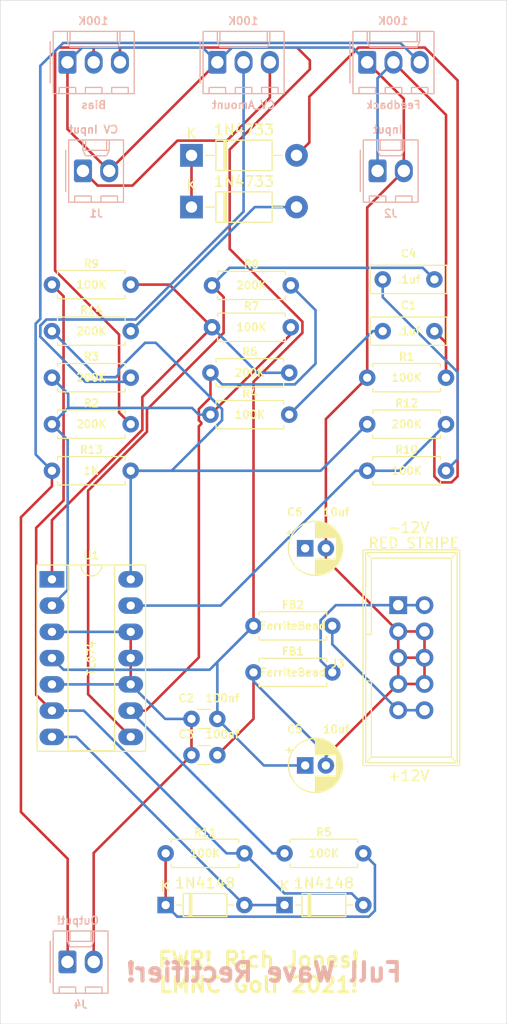
<source format=kicad_pcb>
(kicad_pcb (version 20171130) (host pcbnew "(5.1.8-0-10_14)")

  (general
    (thickness 1.6)
    (drawings 6)
    (tracks 217)
    (zones 0)
    (modules 36)
    (nets 23)
  )

  (page A4)
  (layers
    (0 F.Cu signal)
    (31 B.Cu signal)
    (32 B.Adhes user hide)
    (33 F.Adhes user hide)
    (34 B.Paste user)
    (35 F.Paste user hide)
    (36 B.SilkS user)
    (37 F.SilkS user)
    (38 B.Mask user)
    (39 F.Mask user)
    (40 Dwgs.User user hide)
    (41 Cmts.User user)
    (42 Eco1.User user hide)
    (43 Eco2.User user hide)
    (44 Edge.Cuts user)
    (45 Margin user hide)
    (46 B.CrtYd user hide)
    (47 F.CrtYd user hide)
    (48 B.Fab user)
    (49 F.Fab user hide)
  )

  (setup
    (last_trace_width 0.25)
    (trace_clearance 0.2)
    (zone_clearance 0.508)
    (zone_45_only no)
    (trace_min 0.2)
    (via_size 0.8)
    (via_drill 0.4)
    (via_min_size 0.4)
    (via_min_drill 0.3)
    (uvia_size 0.3)
    (uvia_drill 0.1)
    (uvias_allowed no)
    (uvia_min_size 0.2)
    (uvia_min_drill 0.1)
    (edge_width 0.05)
    (segment_width 0.2)
    (pcb_text_width 0.3)
    (pcb_text_size 1.5 1.5)
    (mod_edge_width 0.12)
    (mod_text_size 1 1)
    (mod_text_width 0.15)
    (pad_size 1.524 1.524)
    (pad_drill 0.762)
    (pad_to_mask_clearance 0)
    (aux_axis_origin 0 0)
    (visible_elements FFFFFF7F)
    (pcbplotparams
      (layerselection 0x010fc_ffffffff)
      (usegerberextensions false)
      (usegerberattributes true)
      (usegerberadvancedattributes true)
      (creategerberjobfile true)
      (excludeedgelayer true)
      (linewidth 0.100000)
      (plotframeref false)
      (viasonmask false)
      (mode 1)
      (useauxorigin false)
      (hpglpennumber 1)
      (hpglpenspeed 20)
      (hpglpendiameter 15.000000)
      (psnegative false)
      (psa4output false)
      (plotreference true)
      (plotvalue true)
      (plotinvisibletext false)
      (padsonsilk false)
      (subtractmaskfromsilk false)
      (outputformat 1)
      (mirror false)
      (drillshape 0)
      (scaleselection 1)
      (outputdirectory "gerbers/"))
  )

  (net 0 "")
  (net 1 +12V)
  (net 2 "Net-(Bias1-Pad2)")
  (net 3 -12V)
  (net 4 "Net-(C1-Pad2)")
  (net 5 "Net-(C1-Pad1)")
  (net 6 "Net-(C4-Pad1)")
  (net 7 "Net-(C4-Pad2)")
  (net 8 "Net-(CV_Amount1-Pad2)")
  (net 9 "Net-(CV_Amount1-Pad3)")
  (net 10 "Net-(D1-Pad1)")
  (net 11 "Net-(D1-Pad2)")
  (net 12 "Net-(D2-Pad1)")
  (net 13 "Net-(D3-Pad2)")
  (net 14 "Net-(D3-Pad1)")
  (net 15 "Net-(D4-Pad2)")
  (net 16 "Net-(FB1-Pad2)")
  (net 17 "Net-(FB2-Pad2)")
  (net 18 "Net-(Feedback1-Pad3)")
  (net 19 "Net-(R2-Pad1)")
  (net 20 "Net-(R5-Pad1)")
  (net 21 "Net-(R6-Pad2)")
  (net 22 "Net-(R12-Pad1)")

  (net_class Default "This is the default net class."
    (clearance 0.2)
    (trace_width 0.25)
    (via_dia 0.8)
    (via_drill 0.4)
    (uvia_dia 0.3)
    (uvia_drill 0.1)
    (add_net +12V)
    (add_net -12V)
    (add_net "Net-(Bias1-Pad2)")
    (add_net "Net-(C1-Pad1)")
    (add_net "Net-(C1-Pad2)")
    (add_net "Net-(C4-Pad1)")
    (add_net "Net-(C4-Pad2)")
    (add_net "Net-(CV_Amount1-Pad2)")
    (add_net "Net-(CV_Amount1-Pad3)")
    (add_net "Net-(D1-Pad1)")
    (add_net "Net-(D1-Pad2)")
    (add_net "Net-(D2-Pad1)")
    (add_net "Net-(D3-Pad1)")
    (add_net "Net-(D3-Pad2)")
    (add_net "Net-(D4-Pad2)")
    (add_net "Net-(FB1-Pad2)")
    (add_net "Net-(FB2-Pad2)")
    (add_net "Net-(Feedback1-Pad3)")
    (add_net "Net-(R12-Pad1)")
    (add_net "Net-(R2-Pad1)")
    (add_net "Net-(R5-Pad1)")
    (add_net "Net-(R6-Pad2)")
  )

  (module ao_tht:MountingHole_3.2mm_M3 (layer F.Cu) (tedit 5EEA26C6) (tstamp 60E4AFC6)
    (at 143.5 143)
    (descr "Mounting Hole 3.2mm, no annular, M3")
    (tags "mounting hole 3.2mm no annular m3")
    (path /611578CE)
    (attr virtual)
    (fp_text reference " " (at 0 -4.2) (layer F.SilkS) hide
      (effects (font (size 1 1) (thickness 0.15)))
    )
    (fp_text value MountingHole (at 0 4.2) (layer F.Fab)
      (effects (font (size 1 1) (thickness 0.15)))
    )
    (fp_circle (center 0 0) (end 3.45 0) (layer F.CrtYd) (width 0.05))
    (fp_circle (center 0 0) (end 3.2 0) (layer Cmts.User) (width 0.15))
    (fp_text user %R (at 0.3 0) (layer F.Fab)
      (effects (font (size 1 1) (thickness 0.15)))
    )
    (pad 1 np_thru_hole circle (at 0 0) (size 3.2 3.2) (drill 3.2) (layers *.Cu *.Mask))
  )

  (module ao_tht:Molex_KK-254_AE-6410-03A_1x03_P2.54mm_Vertical (layer B.Cu) (tedit 5EEA5408) (tstamp 60E4AD64)
    (at 106.5 56)
    (descr "Molex KK-254 Interconnect System, old/engineering part number: AE-6410-03A example for new part number: 22-27-2031, 3 Pins (http://www.molex.com/pdm_docs/sd/022272021_sd.pdf), generated with kicad-footprint-generator")
    (tags "connector Molex KK-254 side entry")
    (path /60E94F16)
    (fp_text reference Bias (at 2.54 4.12) (layer B.SilkS)
      (effects (font (size 0.75 0.75) (thickness 0.15)) (justify mirror))
    )
    (fp_text value 100K (at 2.54 -4.08) (layer B.Fab)
      (effects (font (size 1 1) (thickness 0.15)) (justify mirror))
    )
    (fp_line (start 6.85 3.42) (end -1.77 3.42) (layer B.CrtYd) (width 0.05))
    (fp_line (start 6.85 -3.38) (end 6.85 3.42) (layer B.CrtYd) (width 0.05))
    (fp_line (start -1.77 -3.38) (end 6.85 -3.38) (layer B.CrtYd) (width 0.05))
    (fp_line (start -1.77 3.42) (end -1.77 -3.38) (layer B.CrtYd) (width 0.05))
    (fp_line (start 5.88 2.43) (end 5.88 3.03) (layer B.SilkS) (width 0.12))
    (fp_line (start 4.28 2.43) (end 5.88 2.43) (layer B.SilkS) (width 0.12))
    (fp_line (start 4.28 3.03) (end 4.28 2.43) (layer B.SilkS) (width 0.12))
    (fp_line (start 3.34 2.43) (end 3.34 3.03) (layer B.SilkS) (width 0.12))
    (fp_line (start 1.74 2.43) (end 3.34 2.43) (layer B.SilkS) (width 0.12))
    (fp_line (start 1.74 3.03) (end 1.74 2.43) (layer B.SilkS) (width 0.12))
    (fp_line (start 0.8 2.43) (end 0.8 3.03) (layer B.SilkS) (width 0.12))
    (fp_line (start -0.8 2.43) (end 0.8 2.43) (layer B.SilkS) (width 0.12))
    (fp_line (start -0.8 3.03) (end -0.8 2.43) (layer B.SilkS) (width 0.12))
    (fp_line (start 4.83 -2.99) (end 4.83 -1.99) (layer B.SilkS) (width 0.12))
    (fp_line (start 0.25 -2.99) (end 0.25 -1.99) (layer B.SilkS) (width 0.12))
    (fp_line (start 4.83 -1.46) (end 5.08 -1.99) (layer B.SilkS) (width 0.12))
    (fp_line (start 0.25 -1.46) (end 4.83 -1.46) (layer B.SilkS) (width 0.12))
    (fp_line (start 0 -1.99) (end 0.25 -1.46) (layer B.SilkS) (width 0.12))
    (fp_line (start 5.08 -1.99) (end 5.08 -2.99) (layer B.SilkS) (width 0.12))
    (fp_line (start 0 -1.99) (end 5.08 -1.99) (layer B.SilkS) (width 0.12))
    (fp_line (start 0 -2.99) (end 0 -1.99) (layer B.SilkS) (width 0.12))
    (fp_line (start -0.562893 0) (end -1.27 -0.5) (layer B.Fab) (width 0.1))
    (fp_line (start -1.27 0.5) (end -0.562893 0) (layer B.Fab) (width 0.1))
    (fp_line (start -1.67 2) (end -1.67 -2) (layer B.SilkS) (width 0.12))
    (fp_line (start 6.46 3.03) (end -1.38 3.03) (layer B.SilkS) (width 0.12))
    (fp_line (start 6.46 -2.99) (end 6.46 3.03) (layer B.SilkS) (width 0.12))
    (fp_line (start -1.38 -2.99) (end 6.46 -2.99) (layer B.SilkS) (width 0.12))
    (fp_line (start -1.38 3.03) (end -1.38 -2.99) (layer B.SilkS) (width 0.12))
    (fp_line (start 6.35 2.92) (end -1.27 2.92) (layer B.Fab) (width 0.1))
    (fp_line (start 6.35 -2.88) (end 6.35 2.92) (layer B.Fab) (width 0.1))
    (fp_line (start -1.27 -2.88) (end 6.35 -2.88) (layer B.Fab) (width 0.1))
    (fp_line (start -1.27 2.92) (end -1.27 -2.88) (layer B.Fab) (width 0.1))
    (fp_text user 100K (at 2.5 -4) (layer B.SilkS)
      (effects (font (size 0.75 0.75) (thickness 0.15)) (justify mirror))
    )
    (fp_text user %R (at 2.54 2.22) (layer B.Fab)
      (effects (font (size 1 1) (thickness 0.15)) (justify mirror))
    )
    (pad 1 thru_hole roundrect (at 0 0) (size 1.74 2.2) (drill 1.2) (layers *.Cu *.Mask) (roundrect_rratio 0.1436775862068966)
      (net 3 -12V))
    (pad 2 thru_hole oval (at 2.54 0) (size 1.74 2.2) (drill 1.2) (layers *.Cu *.Mask)
      (net 2 "Net-(Bias1-Pad2)"))
    (pad 3 thru_hole oval (at 5.08 0) (size 1.74 2.2) (drill 1.2) (layers *.Cu *.Mask)
      (net 1 +12V))
    (model ${KISYS3DMOD}/Connector_Molex.3dshapes/Molex_KK-254_AE-6410-03A_1x03_P2.54mm_Vertical.wrl
      (at (xyz 0 0 0))
      (scale (xyz 1 1 1))
      (rotate (xyz 0 0 0))
    )
  )

  (module ao_tht:C_Rect_L7.2mm_W2.5mm_P5.00mm_FKS2_FKP2_MKS2_MKP2 (layer F.Cu) (tedit 5FE3661A) (tstamp 60E4AD78)
    (at 137 82)
    (descr "C, Rect series, Radial, pin pitch=5.00mm, , length*width=7.2*2.5mm^2, Capacitor, http://www.wima.com/EN/WIMA_FKS_2.pdf")
    (tags "C Rect series Radial pin pitch 5.00mm  length 7.2mm width 2.5mm Capacitor")
    (path /60E5A991)
    (fp_text reference C1 (at 2.5 -2.5) (layer F.SilkS)
      (effects (font (size 0.75 0.75) (thickness 0.15)))
    )
    (fp_text value .1uf (at 2.54 0) (layer F.Fab)
      (effects (font (size 1 1) (thickness 0.15)))
    )
    (fp_line (start 6.35 -1.5) (end -1.35 -1.5) (layer F.CrtYd) (width 0.05))
    (fp_line (start 6.35 1.5) (end 6.35 -1.5) (layer F.CrtYd) (width 0.05))
    (fp_line (start -1.35 1.5) (end 6.35 1.5) (layer F.CrtYd) (width 0.05))
    (fp_line (start -1.35 -1.5) (end -1.35 1.5) (layer F.CrtYd) (width 0.05))
    (fp_line (start 6.22 -1.37) (end 6.22 1.37) (layer F.SilkS) (width 0.12))
    (fp_line (start -1.22 -1.37) (end -1.22 1.37) (layer F.SilkS) (width 0.12))
    (fp_line (start -1.22 1.37) (end 6.22 1.37) (layer F.SilkS) (width 0.12))
    (fp_line (start -1.22 -1.37) (end 6.22 -1.37) (layer F.SilkS) (width 0.12))
    (fp_line (start 6.1 -1.25) (end -1.1 -1.25) (layer F.Fab) (width 0.1))
    (fp_line (start 6.1 1.25) (end 6.1 -1.25) (layer F.Fab) (width 0.1))
    (fp_line (start -1.1 1.25) (end 6.1 1.25) (layer F.Fab) (width 0.1))
    (fp_line (start -1.1 -1.25) (end -1.1 1.25) (layer F.Fab) (width 0.1))
    (fp_text user %R (at 2.5 0) (layer F.Fab)
      (effects (font (size 1 1) (thickness 0.15)))
    )
    (fp_text user %V (at 2.54 0) (layer F.SilkS)
      (effects (font (size 0.75 0.75) (thickness 0.15)))
    )
    (pad 2 thru_hole circle (at 5 0) (size 1.6 1.6) (drill 0.8) (layers *.Cu *.Mask)
      (net 4 "Net-(C1-Pad2)"))
    (pad 1 thru_hole circle (at 0 0) (size 1.6 1.6) (drill 0.8) (layers *.Cu *.Mask)
      (net 5 "Net-(C1-Pad1)"))
    (model ${KISYS3DMOD}/Capacitor_THT.3dshapes/C_Rect_L7.2mm_W2.5mm_P5.00mm_FKS2_FKP2_MKS2_MKP2.wrl
      (at (xyz 0 0 0))
      (scale (xyz 1 1 1))
      (rotate (xyz 0 0 0))
    )
  )

  (module ao_tht:C_Disc_D3.0mm_W1.6mm_P2.50mm (layer F.Cu) (tedit 5EEA28A1) (tstamp 60E4AD8A)
    (at 118.5 119.5)
    (descr "C, Disc series, Radial, pin pitch=2.50mm, , diameter*width=3.0*1.6mm^2, Capacitor, http://www.vishay.com/docs/45233/krseries.pdf")
    (tags "C Disc series Radial pin pitch 2.50mm  diameter 3.0mm width 1.6mm Capacitor")
    (path /60F415BA)
    (fp_text reference C2 (at -0.5 -2) (layer F.SilkS)
      (effects (font (size 0.75 0.75) (thickness 0.15)))
    )
    (fp_text value 100nf (at 1.25 2.05) (layer F.Fab)
      (effects (font (size 1 1) (thickness 0.15)))
    )
    (fp_line (start 3.55 -1.05) (end -1.05 -1.05) (layer F.CrtYd) (width 0.05))
    (fp_line (start 3.55 1.05) (end 3.55 -1.05) (layer F.CrtYd) (width 0.05))
    (fp_line (start -1.05 1.05) (end 3.55 1.05) (layer F.CrtYd) (width 0.05))
    (fp_line (start -1.05 -1.05) (end -1.05 1.05) (layer F.CrtYd) (width 0.05))
    (fp_line (start 0.621 0.92) (end 1.879 0.92) (layer F.SilkS) (width 0.12))
    (fp_line (start 0.621 -0.92) (end 1.879 -0.92) (layer F.SilkS) (width 0.12))
    (fp_line (start 2.75 -0.8) (end -0.25 -0.8) (layer F.Fab) (width 0.1))
    (fp_line (start 2.75 0.8) (end 2.75 -0.8) (layer F.Fab) (width 0.1))
    (fp_line (start -0.25 0.8) (end 2.75 0.8) (layer F.Fab) (width 0.1))
    (fp_line (start -0.25 -0.8) (end -0.25 0.8) (layer F.Fab) (width 0.1))
    (fp_text user %V (at 3 -2) (layer F.SilkS)
      (effects (font (size 0.75 0.75) (thickness 0.15)))
    )
    (fp_text user %R (at 1.25 0) (layer F.Fab)
      (effects (font (size 0.6 0.6) (thickness 0.09)))
    )
    (pad 1 thru_hole circle (at 0 0) (size 1.6 1.6) (drill 0.8) (layers *.Cu *.Mask)
      (net 3 -12V))
    (pad 2 thru_hole circle (at 2.5 0) (size 1.6 1.6) (drill 0.8) (layers *.Cu *.Mask)
      (net 1 +12V))
    (model ${KISYS3DMOD}/Capacitor_THT.3dshapes/C_Disc_D3.0mm_W1.6mm_P2.50mm.wrl
      (at (xyz 0 0 0))
      (scale (xyz 1 1 1))
      (rotate (xyz 0 0 0))
    )
  )

  (module ao_tht:C_Disc_D3.0mm_W1.6mm_P2.50mm (layer F.Cu) (tedit 5EEA28A1) (tstamp 60E4AD9C)
    (at 118.5 123)
    (descr "C, Disc series, Radial, pin pitch=2.50mm, , diameter*width=3.0*1.6mm^2, Capacitor, http://www.vishay.com/docs/45233/krseries.pdf")
    (tags "C Disc series Radial pin pitch 2.50mm  diameter 3.0mm width 1.6mm Capacitor")
    (path /60F46CDA)
    (fp_text reference C3 (at -0.5 -2) (layer F.SilkS)
      (effects (font (size 0.75 0.75) (thickness 0.15)))
    )
    (fp_text value 100nf (at 1.25 2.05) (layer F.Fab)
      (effects (font (size 1 1) (thickness 0.15)))
    )
    (fp_line (start -0.25 -0.8) (end -0.25 0.8) (layer F.Fab) (width 0.1))
    (fp_line (start -0.25 0.8) (end 2.75 0.8) (layer F.Fab) (width 0.1))
    (fp_line (start 2.75 0.8) (end 2.75 -0.8) (layer F.Fab) (width 0.1))
    (fp_line (start 2.75 -0.8) (end -0.25 -0.8) (layer F.Fab) (width 0.1))
    (fp_line (start 0.621 -0.92) (end 1.879 -0.92) (layer F.SilkS) (width 0.12))
    (fp_line (start 0.621 0.92) (end 1.879 0.92) (layer F.SilkS) (width 0.12))
    (fp_line (start -1.05 -1.05) (end -1.05 1.05) (layer F.CrtYd) (width 0.05))
    (fp_line (start -1.05 1.05) (end 3.55 1.05) (layer F.CrtYd) (width 0.05))
    (fp_line (start 3.55 1.05) (end 3.55 -1.05) (layer F.CrtYd) (width 0.05))
    (fp_line (start 3.55 -1.05) (end -1.05 -1.05) (layer F.CrtYd) (width 0.05))
    (fp_text user %R (at 1.25 0) (layer F.Fab)
      (effects (font (size 0.6 0.6) (thickness 0.09)))
    )
    (fp_text user %V (at 3 -2) (layer F.SilkS)
      (effects (font (size 0.75 0.75) (thickness 0.15)))
    )
    (pad 2 thru_hole circle (at 2.5 0) (size 1.6 1.6) (drill 0.8) (layers *.Cu *.Mask)
      (net 3 -12V))
    (pad 1 thru_hole circle (at 0 0) (size 1.6 1.6) (drill 0.8) (layers *.Cu *.Mask)
      (net 3 -12V))
    (model ${KISYS3DMOD}/Capacitor_THT.3dshapes/C_Disc_D3.0mm_W1.6mm_P2.50mm.wrl
      (at (xyz 0 0 0))
      (scale (xyz 1 1 1))
      (rotate (xyz 0 0 0))
    )
  )

  (module ao_tht:C_Rect_L7.2mm_W2.5mm_P5.00mm_FKS2_FKP2_MKS2_MKP2 (layer F.Cu) (tedit 5FE3661A) (tstamp 60E4ADB0)
    (at 137 77)
    (descr "C, Rect series, Radial, pin pitch=5.00mm, , length*width=7.2*2.5mm^2, Capacitor, http://www.wima.com/EN/WIMA_FKS_2.pdf")
    (tags "C Rect series Radial pin pitch 5.00mm  length 7.2mm width 2.5mm Capacitor")
    (path /60E669BC)
    (fp_text reference C4 (at 2.5 -2.5) (layer F.SilkS)
      (effects (font (size 0.75 0.75) (thickness 0.15)))
    )
    (fp_text value .1uf (at 2.54 0) (layer F.Fab)
      (effects (font (size 1 1) (thickness 0.15)))
    )
    (fp_line (start -1.1 -1.25) (end -1.1 1.25) (layer F.Fab) (width 0.1))
    (fp_line (start -1.1 1.25) (end 6.1 1.25) (layer F.Fab) (width 0.1))
    (fp_line (start 6.1 1.25) (end 6.1 -1.25) (layer F.Fab) (width 0.1))
    (fp_line (start 6.1 -1.25) (end -1.1 -1.25) (layer F.Fab) (width 0.1))
    (fp_line (start -1.22 -1.37) (end 6.22 -1.37) (layer F.SilkS) (width 0.12))
    (fp_line (start -1.22 1.37) (end 6.22 1.37) (layer F.SilkS) (width 0.12))
    (fp_line (start -1.22 -1.37) (end -1.22 1.37) (layer F.SilkS) (width 0.12))
    (fp_line (start 6.22 -1.37) (end 6.22 1.37) (layer F.SilkS) (width 0.12))
    (fp_line (start -1.35 -1.5) (end -1.35 1.5) (layer F.CrtYd) (width 0.05))
    (fp_line (start -1.35 1.5) (end 6.35 1.5) (layer F.CrtYd) (width 0.05))
    (fp_line (start 6.35 1.5) (end 6.35 -1.5) (layer F.CrtYd) (width 0.05))
    (fp_line (start 6.35 -1.5) (end -1.35 -1.5) (layer F.CrtYd) (width 0.05))
    (fp_text user %V (at 2.54 0) (layer F.SilkS)
      (effects (font (size 0.75 0.75) (thickness 0.15)))
    )
    (fp_text user %R (at 2.5 0) (layer F.Fab)
      (effects (font (size 1 1) (thickness 0.15)))
    )
    (pad 1 thru_hole circle (at 0 0) (size 1.6 1.6) (drill 0.8) (layers *.Cu *.Mask)
      (net 6 "Net-(C4-Pad1)"))
    (pad 2 thru_hole circle (at 5 0) (size 1.6 1.6) (drill 0.8) (layers *.Cu *.Mask)
      (net 7 "Net-(C4-Pad2)"))
    (model ${KISYS3DMOD}/Capacitor_THT.3dshapes/C_Rect_L7.2mm_W2.5mm_P5.00mm_FKS2_FKP2_MKS2_MKP2.wrl
      (at (xyz 0 0 0))
      (scale (xyz 1 1 1))
      (rotate (xyz 0 0 0))
    )
  )

  (module ao_tht:CP_Radial_D5.0mm_P2.00mm (layer F.Cu) (tedit 5EEA1F78) (tstamp 60E4AE34)
    (at 129.5 124)
    (descr "CP, Radial series, Radial, pin pitch=2.00mm, , diameter=5mm, Electrolytic Capacitor")
    (tags "CP Radial series Radial pin pitch 2.00mm  diameter 5mm Electrolytic Capacitor")
    (path /60F05829)
    (fp_text reference C5 (at -1 -3.5) (layer F.SilkS)
      (effects (font (size 0.75 0.75) (thickness 0.15)))
    )
    (fp_text value 10uf (at 1 3.75) (layer F.Fab)
      (effects (font (size 1 1) (thickness 0.15)))
    )
    (fp_circle (center 1 0) (end 3.5 0) (layer F.Fab) (width 0.1))
    (fp_circle (center 1 0) (end 3.62 0) (layer F.SilkS) (width 0.12))
    (fp_circle (center 1 0) (end 3.75 0) (layer F.CrtYd) (width 0.05))
    (fp_line (start -1.133605 -1.0875) (end -0.633605 -1.0875) (layer F.Fab) (width 0.1))
    (fp_line (start -0.883605 -1.3375) (end -0.883605 -0.8375) (layer F.Fab) (width 0.1))
    (fp_line (start 1 1.04) (end 1 2.58) (layer F.SilkS) (width 0.12))
    (fp_line (start 1 -2.58) (end 1 -1.04) (layer F.SilkS) (width 0.12))
    (fp_line (start 1.04 1.04) (end 1.04 2.58) (layer F.SilkS) (width 0.12))
    (fp_line (start 1.04 -2.58) (end 1.04 -1.04) (layer F.SilkS) (width 0.12))
    (fp_line (start 1.08 -2.579) (end 1.08 -1.04) (layer F.SilkS) (width 0.12))
    (fp_line (start 1.08 1.04) (end 1.08 2.579) (layer F.SilkS) (width 0.12))
    (fp_line (start 1.12 -2.578) (end 1.12 -1.04) (layer F.SilkS) (width 0.12))
    (fp_line (start 1.12 1.04) (end 1.12 2.578) (layer F.SilkS) (width 0.12))
    (fp_line (start 1.16 -2.576) (end 1.16 -1.04) (layer F.SilkS) (width 0.12))
    (fp_line (start 1.16 1.04) (end 1.16 2.576) (layer F.SilkS) (width 0.12))
    (fp_line (start 1.2 -2.573) (end 1.2 -1.04) (layer F.SilkS) (width 0.12))
    (fp_line (start 1.2 1.04) (end 1.2 2.573) (layer F.SilkS) (width 0.12))
    (fp_line (start 1.24 -2.569) (end 1.24 -1.04) (layer F.SilkS) (width 0.12))
    (fp_line (start 1.24 1.04) (end 1.24 2.569) (layer F.SilkS) (width 0.12))
    (fp_line (start 1.28 -2.565) (end 1.28 -1.04) (layer F.SilkS) (width 0.12))
    (fp_line (start 1.28 1.04) (end 1.28 2.565) (layer F.SilkS) (width 0.12))
    (fp_line (start 1.32 -2.561) (end 1.32 -1.04) (layer F.SilkS) (width 0.12))
    (fp_line (start 1.32 1.04) (end 1.32 2.561) (layer F.SilkS) (width 0.12))
    (fp_line (start 1.36 -2.556) (end 1.36 -1.04) (layer F.SilkS) (width 0.12))
    (fp_line (start 1.36 1.04) (end 1.36 2.556) (layer F.SilkS) (width 0.12))
    (fp_line (start 1.4 -2.55) (end 1.4 -1.04) (layer F.SilkS) (width 0.12))
    (fp_line (start 1.4 1.04) (end 1.4 2.55) (layer F.SilkS) (width 0.12))
    (fp_line (start 1.44 -2.543) (end 1.44 -1.04) (layer F.SilkS) (width 0.12))
    (fp_line (start 1.44 1.04) (end 1.44 2.543) (layer F.SilkS) (width 0.12))
    (fp_line (start 1.48 -2.536) (end 1.48 -1.04) (layer F.SilkS) (width 0.12))
    (fp_line (start 1.48 1.04) (end 1.48 2.536) (layer F.SilkS) (width 0.12))
    (fp_line (start 1.52 -2.528) (end 1.52 -1.04) (layer F.SilkS) (width 0.12))
    (fp_line (start 1.52 1.04) (end 1.52 2.528) (layer F.SilkS) (width 0.12))
    (fp_line (start 1.56 -2.52) (end 1.56 -1.04) (layer F.SilkS) (width 0.12))
    (fp_line (start 1.56 1.04) (end 1.56 2.52) (layer F.SilkS) (width 0.12))
    (fp_line (start 1.6 -2.511) (end 1.6 -1.04) (layer F.SilkS) (width 0.12))
    (fp_line (start 1.6 1.04) (end 1.6 2.511) (layer F.SilkS) (width 0.12))
    (fp_line (start 1.64 -2.501) (end 1.64 -1.04) (layer F.SilkS) (width 0.12))
    (fp_line (start 1.64 1.04) (end 1.64 2.501) (layer F.SilkS) (width 0.12))
    (fp_line (start 1.68 -2.491) (end 1.68 -1.04) (layer F.SilkS) (width 0.12))
    (fp_line (start 1.68 1.04) (end 1.68 2.491) (layer F.SilkS) (width 0.12))
    (fp_line (start 1.721 -2.48) (end 1.721 -1.04) (layer F.SilkS) (width 0.12))
    (fp_line (start 1.721 1.04) (end 1.721 2.48) (layer F.SilkS) (width 0.12))
    (fp_line (start 1.761 -2.468) (end 1.761 -1.04) (layer F.SilkS) (width 0.12))
    (fp_line (start 1.761 1.04) (end 1.761 2.468) (layer F.SilkS) (width 0.12))
    (fp_line (start 1.801 -2.455) (end 1.801 -1.04) (layer F.SilkS) (width 0.12))
    (fp_line (start 1.801 1.04) (end 1.801 2.455) (layer F.SilkS) (width 0.12))
    (fp_line (start 1.841 -2.442) (end 1.841 -1.04) (layer F.SilkS) (width 0.12))
    (fp_line (start 1.841 1.04) (end 1.841 2.442) (layer F.SilkS) (width 0.12))
    (fp_line (start 1.881 -2.428) (end 1.881 -1.04) (layer F.SilkS) (width 0.12))
    (fp_line (start 1.881 1.04) (end 1.881 2.428) (layer F.SilkS) (width 0.12))
    (fp_line (start 1.921 -2.414) (end 1.921 -1.04) (layer F.SilkS) (width 0.12))
    (fp_line (start 1.921 1.04) (end 1.921 2.414) (layer F.SilkS) (width 0.12))
    (fp_line (start 1.961 -2.398) (end 1.961 -1.04) (layer F.SilkS) (width 0.12))
    (fp_line (start 1.961 1.04) (end 1.961 2.398) (layer F.SilkS) (width 0.12))
    (fp_line (start 2.001 -2.382) (end 2.001 -1.04) (layer F.SilkS) (width 0.12))
    (fp_line (start 2.001 1.04) (end 2.001 2.382) (layer F.SilkS) (width 0.12))
    (fp_line (start 2.041 -2.365) (end 2.041 -1.04) (layer F.SilkS) (width 0.12))
    (fp_line (start 2.041 1.04) (end 2.041 2.365) (layer F.SilkS) (width 0.12))
    (fp_line (start 2.081 -2.348) (end 2.081 -1.04) (layer F.SilkS) (width 0.12))
    (fp_line (start 2.081 1.04) (end 2.081 2.348) (layer F.SilkS) (width 0.12))
    (fp_line (start 2.121 -2.329) (end 2.121 -1.04) (layer F.SilkS) (width 0.12))
    (fp_line (start 2.121 1.04) (end 2.121 2.329) (layer F.SilkS) (width 0.12))
    (fp_line (start 2.161 -2.31) (end 2.161 -1.04) (layer F.SilkS) (width 0.12))
    (fp_line (start 2.161 1.04) (end 2.161 2.31) (layer F.SilkS) (width 0.12))
    (fp_line (start 2.201 -2.29) (end 2.201 -1.04) (layer F.SilkS) (width 0.12))
    (fp_line (start 2.201 1.04) (end 2.201 2.29) (layer F.SilkS) (width 0.12))
    (fp_line (start 2.241 -2.268) (end 2.241 -1.04) (layer F.SilkS) (width 0.12))
    (fp_line (start 2.241 1.04) (end 2.241 2.268) (layer F.SilkS) (width 0.12))
    (fp_line (start 2.281 -2.247) (end 2.281 -1.04) (layer F.SilkS) (width 0.12))
    (fp_line (start 2.281 1.04) (end 2.281 2.247) (layer F.SilkS) (width 0.12))
    (fp_line (start 2.321 -2.224) (end 2.321 -1.04) (layer F.SilkS) (width 0.12))
    (fp_line (start 2.321 1.04) (end 2.321 2.224) (layer F.SilkS) (width 0.12))
    (fp_line (start 2.361 -2.2) (end 2.361 -1.04) (layer F.SilkS) (width 0.12))
    (fp_line (start 2.361 1.04) (end 2.361 2.2) (layer F.SilkS) (width 0.12))
    (fp_line (start 2.401 -2.175) (end 2.401 -1.04) (layer F.SilkS) (width 0.12))
    (fp_line (start 2.401 1.04) (end 2.401 2.175) (layer F.SilkS) (width 0.12))
    (fp_line (start 2.441 -2.149) (end 2.441 -1.04) (layer F.SilkS) (width 0.12))
    (fp_line (start 2.441 1.04) (end 2.441 2.149) (layer F.SilkS) (width 0.12))
    (fp_line (start 2.481 -2.122) (end 2.481 -1.04) (layer F.SilkS) (width 0.12))
    (fp_line (start 2.481 1.04) (end 2.481 2.122) (layer F.SilkS) (width 0.12))
    (fp_line (start 2.521 -2.095) (end 2.521 -1.04) (layer F.SilkS) (width 0.12))
    (fp_line (start 2.521 1.04) (end 2.521 2.095) (layer F.SilkS) (width 0.12))
    (fp_line (start 2.561 -2.065) (end 2.561 -1.04) (layer F.SilkS) (width 0.12))
    (fp_line (start 2.561 1.04) (end 2.561 2.065) (layer F.SilkS) (width 0.12))
    (fp_line (start 2.601 -2.035) (end 2.601 -1.04) (layer F.SilkS) (width 0.12))
    (fp_line (start 2.601 1.04) (end 2.601 2.035) (layer F.SilkS) (width 0.12))
    (fp_line (start 2.641 -2.004) (end 2.641 -1.04) (layer F.SilkS) (width 0.12))
    (fp_line (start 2.641 1.04) (end 2.641 2.004) (layer F.SilkS) (width 0.12))
    (fp_line (start 2.681 -1.971) (end 2.681 -1.04) (layer F.SilkS) (width 0.12))
    (fp_line (start 2.681 1.04) (end 2.681 1.971) (layer F.SilkS) (width 0.12))
    (fp_line (start 2.721 -1.937) (end 2.721 -1.04) (layer F.SilkS) (width 0.12))
    (fp_line (start 2.721 1.04) (end 2.721 1.937) (layer F.SilkS) (width 0.12))
    (fp_line (start 2.761 -1.901) (end 2.761 -1.04) (layer F.SilkS) (width 0.12))
    (fp_line (start 2.761 1.04) (end 2.761 1.901) (layer F.SilkS) (width 0.12))
    (fp_line (start 2.801 -1.864) (end 2.801 -1.04) (layer F.SilkS) (width 0.12))
    (fp_line (start 2.801 1.04) (end 2.801 1.864) (layer F.SilkS) (width 0.12))
    (fp_line (start 2.841 -1.826) (end 2.841 -1.04) (layer F.SilkS) (width 0.12))
    (fp_line (start 2.841 1.04) (end 2.841 1.826) (layer F.SilkS) (width 0.12))
    (fp_line (start 2.881 -1.785) (end 2.881 -1.04) (layer F.SilkS) (width 0.12))
    (fp_line (start 2.881 1.04) (end 2.881 1.785) (layer F.SilkS) (width 0.12))
    (fp_line (start 2.921 -1.743) (end 2.921 -1.04) (layer F.SilkS) (width 0.12))
    (fp_line (start 2.921 1.04) (end 2.921 1.743) (layer F.SilkS) (width 0.12))
    (fp_line (start 2.961 -1.699) (end 2.961 -1.04) (layer F.SilkS) (width 0.12))
    (fp_line (start 2.961 1.04) (end 2.961 1.699) (layer F.SilkS) (width 0.12))
    (fp_line (start 3.001 -1.653) (end 3.001 -1.04) (layer F.SilkS) (width 0.12))
    (fp_line (start 3.001 1.04) (end 3.001 1.653) (layer F.SilkS) (width 0.12))
    (fp_line (start 3.041 -1.605) (end 3.041 1.605) (layer F.SilkS) (width 0.12))
    (fp_line (start 3.081 -1.554) (end 3.081 1.554) (layer F.SilkS) (width 0.12))
    (fp_line (start 3.121 -1.5) (end 3.121 1.5) (layer F.SilkS) (width 0.12))
    (fp_line (start 3.161 -1.443) (end 3.161 1.443) (layer F.SilkS) (width 0.12))
    (fp_line (start 3.201 -1.383) (end 3.201 1.383) (layer F.SilkS) (width 0.12))
    (fp_line (start 3.241 -1.319) (end 3.241 1.319) (layer F.SilkS) (width 0.12))
    (fp_line (start 3.281 -1.251) (end 3.281 1.251) (layer F.SilkS) (width 0.12))
    (fp_line (start 3.321 -1.178) (end 3.321 1.178) (layer F.SilkS) (width 0.12))
    (fp_line (start 3.361 -1.098) (end 3.361 1.098) (layer F.SilkS) (width 0.12))
    (fp_line (start 3.401 -1.011) (end 3.401 1.011) (layer F.SilkS) (width 0.12))
    (fp_line (start 3.441 -0.915) (end 3.441 0.915) (layer F.SilkS) (width 0.12))
    (fp_line (start 3.481 -0.805) (end 3.481 0.805) (layer F.SilkS) (width 0.12))
    (fp_line (start 3.521 -0.677) (end 3.521 0.677) (layer F.SilkS) (width 0.12))
    (fp_line (start 3.561 -0.518) (end 3.561 0.518) (layer F.SilkS) (width 0.12))
    (fp_line (start 3.601 -0.284) (end 3.601 0.284) (layer F.SilkS) (width 0.12))
    (fp_line (start -1.804775 -1.475) (end -1.304775 -1.475) (layer F.SilkS) (width 0.12))
    (fp_line (start -1.554775 -1.725) (end -1.554775 -1.225) (layer F.SilkS) (width 0.12))
    (fp_text user %R (at 1 0) (layer F.Fab)
      (effects (font (size 1 1) (thickness 0.15)))
    )
    (fp_text user %V (at 3 -3.5) (layer F.SilkS)
      (effects (font (size 0.75 0.75) (thickness 0.15)))
    )
    (pad 2 thru_hole circle (at 2 0) (size 1.6 1.6) (drill 0.8) (layers *.Cu *.Mask)
      (net 3 -12V))
    (pad 1 thru_hole rect (at 0 0) (size 1.6 1.6) (drill 0.8) (layers *.Cu *.Mask)
      (net 1 +12V))
    (model ${KISYS3DMOD}/Capacitor_THT.3dshapes/CP_Radial_D5.0mm_P2.00mm.wrl
      (at (xyz 0 0 0))
      (scale (xyz 1 1 1))
      (rotate (xyz 0 0 0))
    )
  )

  (module ao_tht:CP_Radial_D5.0mm_P2.00mm (layer F.Cu) (tedit 5EEA1F78) (tstamp 60E4AEB8)
    (at 129.5 103)
    (descr "CP, Radial series, Radial, pin pitch=2.00mm, , diameter=5mm, Electrolytic Capacitor")
    (tags "CP Radial series Radial pin pitch 2.00mm  diameter 5mm Electrolytic Capacitor")
    (path /60F04170)
    (fp_text reference C6 (at -1 -3.5) (layer F.SilkS)
      (effects (font (size 0.75 0.75) (thickness 0.15)))
    )
    (fp_text value 10uf (at 1 3.75) (layer F.Fab)
      (effects (font (size 1 1) (thickness 0.15)))
    )
    (fp_line (start -1.554775 -1.725) (end -1.554775 -1.225) (layer F.SilkS) (width 0.12))
    (fp_line (start -1.804775 -1.475) (end -1.304775 -1.475) (layer F.SilkS) (width 0.12))
    (fp_line (start 3.601 -0.284) (end 3.601 0.284) (layer F.SilkS) (width 0.12))
    (fp_line (start 3.561 -0.518) (end 3.561 0.518) (layer F.SilkS) (width 0.12))
    (fp_line (start 3.521 -0.677) (end 3.521 0.677) (layer F.SilkS) (width 0.12))
    (fp_line (start 3.481 -0.805) (end 3.481 0.805) (layer F.SilkS) (width 0.12))
    (fp_line (start 3.441 -0.915) (end 3.441 0.915) (layer F.SilkS) (width 0.12))
    (fp_line (start 3.401 -1.011) (end 3.401 1.011) (layer F.SilkS) (width 0.12))
    (fp_line (start 3.361 -1.098) (end 3.361 1.098) (layer F.SilkS) (width 0.12))
    (fp_line (start 3.321 -1.178) (end 3.321 1.178) (layer F.SilkS) (width 0.12))
    (fp_line (start 3.281 -1.251) (end 3.281 1.251) (layer F.SilkS) (width 0.12))
    (fp_line (start 3.241 -1.319) (end 3.241 1.319) (layer F.SilkS) (width 0.12))
    (fp_line (start 3.201 -1.383) (end 3.201 1.383) (layer F.SilkS) (width 0.12))
    (fp_line (start 3.161 -1.443) (end 3.161 1.443) (layer F.SilkS) (width 0.12))
    (fp_line (start 3.121 -1.5) (end 3.121 1.5) (layer F.SilkS) (width 0.12))
    (fp_line (start 3.081 -1.554) (end 3.081 1.554) (layer F.SilkS) (width 0.12))
    (fp_line (start 3.041 -1.605) (end 3.041 1.605) (layer F.SilkS) (width 0.12))
    (fp_line (start 3.001 1.04) (end 3.001 1.653) (layer F.SilkS) (width 0.12))
    (fp_line (start 3.001 -1.653) (end 3.001 -1.04) (layer F.SilkS) (width 0.12))
    (fp_line (start 2.961 1.04) (end 2.961 1.699) (layer F.SilkS) (width 0.12))
    (fp_line (start 2.961 -1.699) (end 2.961 -1.04) (layer F.SilkS) (width 0.12))
    (fp_line (start 2.921 1.04) (end 2.921 1.743) (layer F.SilkS) (width 0.12))
    (fp_line (start 2.921 -1.743) (end 2.921 -1.04) (layer F.SilkS) (width 0.12))
    (fp_line (start 2.881 1.04) (end 2.881 1.785) (layer F.SilkS) (width 0.12))
    (fp_line (start 2.881 -1.785) (end 2.881 -1.04) (layer F.SilkS) (width 0.12))
    (fp_line (start 2.841 1.04) (end 2.841 1.826) (layer F.SilkS) (width 0.12))
    (fp_line (start 2.841 -1.826) (end 2.841 -1.04) (layer F.SilkS) (width 0.12))
    (fp_line (start 2.801 1.04) (end 2.801 1.864) (layer F.SilkS) (width 0.12))
    (fp_line (start 2.801 -1.864) (end 2.801 -1.04) (layer F.SilkS) (width 0.12))
    (fp_line (start 2.761 1.04) (end 2.761 1.901) (layer F.SilkS) (width 0.12))
    (fp_line (start 2.761 -1.901) (end 2.761 -1.04) (layer F.SilkS) (width 0.12))
    (fp_line (start 2.721 1.04) (end 2.721 1.937) (layer F.SilkS) (width 0.12))
    (fp_line (start 2.721 -1.937) (end 2.721 -1.04) (layer F.SilkS) (width 0.12))
    (fp_line (start 2.681 1.04) (end 2.681 1.971) (layer F.SilkS) (width 0.12))
    (fp_line (start 2.681 -1.971) (end 2.681 -1.04) (layer F.SilkS) (width 0.12))
    (fp_line (start 2.641 1.04) (end 2.641 2.004) (layer F.SilkS) (width 0.12))
    (fp_line (start 2.641 -2.004) (end 2.641 -1.04) (layer F.SilkS) (width 0.12))
    (fp_line (start 2.601 1.04) (end 2.601 2.035) (layer F.SilkS) (width 0.12))
    (fp_line (start 2.601 -2.035) (end 2.601 -1.04) (layer F.SilkS) (width 0.12))
    (fp_line (start 2.561 1.04) (end 2.561 2.065) (layer F.SilkS) (width 0.12))
    (fp_line (start 2.561 -2.065) (end 2.561 -1.04) (layer F.SilkS) (width 0.12))
    (fp_line (start 2.521 1.04) (end 2.521 2.095) (layer F.SilkS) (width 0.12))
    (fp_line (start 2.521 -2.095) (end 2.521 -1.04) (layer F.SilkS) (width 0.12))
    (fp_line (start 2.481 1.04) (end 2.481 2.122) (layer F.SilkS) (width 0.12))
    (fp_line (start 2.481 -2.122) (end 2.481 -1.04) (layer F.SilkS) (width 0.12))
    (fp_line (start 2.441 1.04) (end 2.441 2.149) (layer F.SilkS) (width 0.12))
    (fp_line (start 2.441 -2.149) (end 2.441 -1.04) (layer F.SilkS) (width 0.12))
    (fp_line (start 2.401 1.04) (end 2.401 2.175) (layer F.SilkS) (width 0.12))
    (fp_line (start 2.401 -2.175) (end 2.401 -1.04) (layer F.SilkS) (width 0.12))
    (fp_line (start 2.361 1.04) (end 2.361 2.2) (layer F.SilkS) (width 0.12))
    (fp_line (start 2.361 -2.2) (end 2.361 -1.04) (layer F.SilkS) (width 0.12))
    (fp_line (start 2.321 1.04) (end 2.321 2.224) (layer F.SilkS) (width 0.12))
    (fp_line (start 2.321 -2.224) (end 2.321 -1.04) (layer F.SilkS) (width 0.12))
    (fp_line (start 2.281 1.04) (end 2.281 2.247) (layer F.SilkS) (width 0.12))
    (fp_line (start 2.281 -2.247) (end 2.281 -1.04) (layer F.SilkS) (width 0.12))
    (fp_line (start 2.241 1.04) (end 2.241 2.268) (layer F.SilkS) (width 0.12))
    (fp_line (start 2.241 -2.268) (end 2.241 -1.04) (layer F.SilkS) (width 0.12))
    (fp_line (start 2.201 1.04) (end 2.201 2.29) (layer F.SilkS) (width 0.12))
    (fp_line (start 2.201 -2.29) (end 2.201 -1.04) (layer F.SilkS) (width 0.12))
    (fp_line (start 2.161 1.04) (end 2.161 2.31) (layer F.SilkS) (width 0.12))
    (fp_line (start 2.161 -2.31) (end 2.161 -1.04) (layer F.SilkS) (width 0.12))
    (fp_line (start 2.121 1.04) (end 2.121 2.329) (layer F.SilkS) (width 0.12))
    (fp_line (start 2.121 -2.329) (end 2.121 -1.04) (layer F.SilkS) (width 0.12))
    (fp_line (start 2.081 1.04) (end 2.081 2.348) (layer F.SilkS) (width 0.12))
    (fp_line (start 2.081 -2.348) (end 2.081 -1.04) (layer F.SilkS) (width 0.12))
    (fp_line (start 2.041 1.04) (end 2.041 2.365) (layer F.SilkS) (width 0.12))
    (fp_line (start 2.041 -2.365) (end 2.041 -1.04) (layer F.SilkS) (width 0.12))
    (fp_line (start 2.001 1.04) (end 2.001 2.382) (layer F.SilkS) (width 0.12))
    (fp_line (start 2.001 -2.382) (end 2.001 -1.04) (layer F.SilkS) (width 0.12))
    (fp_line (start 1.961 1.04) (end 1.961 2.398) (layer F.SilkS) (width 0.12))
    (fp_line (start 1.961 -2.398) (end 1.961 -1.04) (layer F.SilkS) (width 0.12))
    (fp_line (start 1.921 1.04) (end 1.921 2.414) (layer F.SilkS) (width 0.12))
    (fp_line (start 1.921 -2.414) (end 1.921 -1.04) (layer F.SilkS) (width 0.12))
    (fp_line (start 1.881 1.04) (end 1.881 2.428) (layer F.SilkS) (width 0.12))
    (fp_line (start 1.881 -2.428) (end 1.881 -1.04) (layer F.SilkS) (width 0.12))
    (fp_line (start 1.841 1.04) (end 1.841 2.442) (layer F.SilkS) (width 0.12))
    (fp_line (start 1.841 -2.442) (end 1.841 -1.04) (layer F.SilkS) (width 0.12))
    (fp_line (start 1.801 1.04) (end 1.801 2.455) (layer F.SilkS) (width 0.12))
    (fp_line (start 1.801 -2.455) (end 1.801 -1.04) (layer F.SilkS) (width 0.12))
    (fp_line (start 1.761 1.04) (end 1.761 2.468) (layer F.SilkS) (width 0.12))
    (fp_line (start 1.761 -2.468) (end 1.761 -1.04) (layer F.SilkS) (width 0.12))
    (fp_line (start 1.721 1.04) (end 1.721 2.48) (layer F.SilkS) (width 0.12))
    (fp_line (start 1.721 -2.48) (end 1.721 -1.04) (layer F.SilkS) (width 0.12))
    (fp_line (start 1.68 1.04) (end 1.68 2.491) (layer F.SilkS) (width 0.12))
    (fp_line (start 1.68 -2.491) (end 1.68 -1.04) (layer F.SilkS) (width 0.12))
    (fp_line (start 1.64 1.04) (end 1.64 2.501) (layer F.SilkS) (width 0.12))
    (fp_line (start 1.64 -2.501) (end 1.64 -1.04) (layer F.SilkS) (width 0.12))
    (fp_line (start 1.6 1.04) (end 1.6 2.511) (layer F.SilkS) (width 0.12))
    (fp_line (start 1.6 -2.511) (end 1.6 -1.04) (layer F.SilkS) (width 0.12))
    (fp_line (start 1.56 1.04) (end 1.56 2.52) (layer F.SilkS) (width 0.12))
    (fp_line (start 1.56 -2.52) (end 1.56 -1.04) (layer F.SilkS) (width 0.12))
    (fp_line (start 1.52 1.04) (end 1.52 2.528) (layer F.SilkS) (width 0.12))
    (fp_line (start 1.52 -2.528) (end 1.52 -1.04) (layer F.SilkS) (width 0.12))
    (fp_line (start 1.48 1.04) (end 1.48 2.536) (layer F.SilkS) (width 0.12))
    (fp_line (start 1.48 -2.536) (end 1.48 -1.04) (layer F.SilkS) (width 0.12))
    (fp_line (start 1.44 1.04) (end 1.44 2.543) (layer F.SilkS) (width 0.12))
    (fp_line (start 1.44 -2.543) (end 1.44 -1.04) (layer F.SilkS) (width 0.12))
    (fp_line (start 1.4 1.04) (end 1.4 2.55) (layer F.SilkS) (width 0.12))
    (fp_line (start 1.4 -2.55) (end 1.4 -1.04) (layer F.SilkS) (width 0.12))
    (fp_line (start 1.36 1.04) (end 1.36 2.556) (layer F.SilkS) (width 0.12))
    (fp_line (start 1.36 -2.556) (end 1.36 -1.04) (layer F.SilkS) (width 0.12))
    (fp_line (start 1.32 1.04) (end 1.32 2.561) (layer F.SilkS) (width 0.12))
    (fp_line (start 1.32 -2.561) (end 1.32 -1.04) (layer F.SilkS) (width 0.12))
    (fp_line (start 1.28 1.04) (end 1.28 2.565) (layer F.SilkS) (width 0.12))
    (fp_line (start 1.28 -2.565) (end 1.28 -1.04) (layer F.SilkS) (width 0.12))
    (fp_line (start 1.24 1.04) (end 1.24 2.569) (layer F.SilkS) (width 0.12))
    (fp_line (start 1.24 -2.569) (end 1.24 -1.04) (layer F.SilkS) (width 0.12))
    (fp_line (start 1.2 1.04) (end 1.2 2.573) (layer F.SilkS) (width 0.12))
    (fp_line (start 1.2 -2.573) (end 1.2 -1.04) (layer F.SilkS) (width 0.12))
    (fp_line (start 1.16 1.04) (end 1.16 2.576) (layer F.SilkS) (width 0.12))
    (fp_line (start 1.16 -2.576) (end 1.16 -1.04) (layer F.SilkS) (width 0.12))
    (fp_line (start 1.12 1.04) (end 1.12 2.578) (layer F.SilkS) (width 0.12))
    (fp_line (start 1.12 -2.578) (end 1.12 -1.04) (layer F.SilkS) (width 0.12))
    (fp_line (start 1.08 1.04) (end 1.08 2.579) (layer F.SilkS) (width 0.12))
    (fp_line (start 1.08 -2.579) (end 1.08 -1.04) (layer F.SilkS) (width 0.12))
    (fp_line (start 1.04 -2.58) (end 1.04 -1.04) (layer F.SilkS) (width 0.12))
    (fp_line (start 1.04 1.04) (end 1.04 2.58) (layer F.SilkS) (width 0.12))
    (fp_line (start 1 -2.58) (end 1 -1.04) (layer F.SilkS) (width 0.12))
    (fp_line (start 1 1.04) (end 1 2.58) (layer F.SilkS) (width 0.12))
    (fp_line (start -0.883605 -1.3375) (end -0.883605 -0.8375) (layer F.Fab) (width 0.1))
    (fp_line (start -1.133605 -1.0875) (end -0.633605 -1.0875) (layer F.Fab) (width 0.1))
    (fp_circle (center 1 0) (end 3.75 0) (layer F.CrtYd) (width 0.05))
    (fp_circle (center 1 0) (end 3.62 0) (layer F.SilkS) (width 0.12))
    (fp_circle (center 1 0) (end 3.5 0) (layer F.Fab) (width 0.1))
    (fp_text user %V (at 3 -3.5) (layer F.SilkS)
      (effects (font (size 0.75 0.75) (thickness 0.15)))
    )
    (fp_text user %R (at 1 0) (layer F.Fab)
      (effects (font (size 1 1) (thickness 0.15)))
    )
    (pad 1 thru_hole rect (at 0 0) (size 1.6 1.6) (drill 0.8) (layers *.Cu *.Mask)
      (net 3 -12V))
    (pad 2 thru_hole circle (at 2 0) (size 1.6 1.6) (drill 0.8) (layers *.Cu *.Mask)
      (net 3 -12V))
    (model ${KISYS3DMOD}/Capacitor_THT.3dshapes/CP_Radial_D5.0mm_P2.00mm.wrl
      (at (xyz 0 0 0))
      (scale (xyz 1 1 1))
      (rotate (xyz 0 0 0))
    )
  )

  (module ao_tht:Molex_KK-254_AE-6410-03A_1x03_P2.54mm_Vertical (layer B.Cu) (tedit 5EEA5408) (tstamp 60E4AEE1)
    (at 121 56)
    (descr "Molex KK-254 Interconnect System, old/engineering part number: AE-6410-03A example for new part number: 22-27-2031, 3 Pins (http://www.molex.com/pdm_docs/sd/022272021_sd.pdf), generated with kicad-footprint-generator")
    (tags "connector Molex KK-254 side entry")
    (path /60EA23B3)
    (fp_text reference CV_Amount (at 2.54 4.12) (layer B.SilkS)
      (effects (font (size 0.75 0.75) (thickness 0.15)) (justify mirror))
    )
    (fp_text value 100K (at 2.54 -4.08) (layer B.Fab)
      (effects (font (size 1 1) (thickness 0.15)) (justify mirror))
    )
    (fp_line (start -1.27 2.92) (end -1.27 -2.88) (layer B.Fab) (width 0.1))
    (fp_line (start -1.27 -2.88) (end 6.35 -2.88) (layer B.Fab) (width 0.1))
    (fp_line (start 6.35 -2.88) (end 6.35 2.92) (layer B.Fab) (width 0.1))
    (fp_line (start 6.35 2.92) (end -1.27 2.92) (layer B.Fab) (width 0.1))
    (fp_line (start -1.38 3.03) (end -1.38 -2.99) (layer B.SilkS) (width 0.12))
    (fp_line (start -1.38 -2.99) (end 6.46 -2.99) (layer B.SilkS) (width 0.12))
    (fp_line (start 6.46 -2.99) (end 6.46 3.03) (layer B.SilkS) (width 0.12))
    (fp_line (start 6.46 3.03) (end -1.38 3.03) (layer B.SilkS) (width 0.12))
    (fp_line (start -1.67 2) (end -1.67 -2) (layer B.SilkS) (width 0.12))
    (fp_line (start -1.27 0.5) (end -0.562893 0) (layer B.Fab) (width 0.1))
    (fp_line (start -0.562893 0) (end -1.27 -0.5) (layer B.Fab) (width 0.1))
    (fp_line (start 0 -2.99) (end 0 -1.99) (layer B.SilkS) (width 0.12))
    (fp_line (start 0 -1.99) (end 5.08 -1.99) (layer B.SilkS) (width 0.12))
    (fp_line (start 5.08 -1.99) (end 5.08 -2.99) (layer B.SilkS) (width 0.12))
    (fp_line (start 0 -1.99) (end 0.25 -1.46) (layer B.SilkS) (width 0.12))
    (fp_line (start 0.25 -1.46) (end 4.83 -1.46) (layer B.SilkS) (width 0.12))
    (fp_line (start 4.83 -1.46) (end 5.08 -1.99) (layer B.SilkS) (width 0.12))
    (fp_line (start 0.25 -2.99) (end 0.25 -1.99) (layer B.SilkS) (width 0.12))
    (fp_line (start 4.83 -2.99) (end 4.83 -1.99) (layer B.SilkS) (width 0.12))
    (fp_line (start -0.8 3.03) (end -0.8 2.43) (layer B.SilkS) (width 0.12))
    (fp_line (start -0.8 2.43) (end 0.8 2.43) (layer B.SilkS) (width 0.12))
    (fp_line (start 0.8 2.43) (end 0.8 3.03) (layer B.SilkS) (width 0.12))
    (fp_line (start 1.74 3.03) (end 1.74 2.43) (layer B.SilkS) (width 0.12))
    (fp_line (start 1.74 2.43) (end 3.34 2.43) (layer B.SilkS) (width 0.12))
    (fp_line (start 3.34 2.43) (end 3.34 3.03) (layer B.SilkS) (width 0.12))
    (fp_line (start 4.28 3.03) (end 4.28 2.43) (layer B.SilkS) (width 0.12))
    (fp_line (start 4.28 2.43) (end 5.88 2.43) (layer B.SilkS) (width 0.12))
    (fp_line (start 5.88 2.43) (end 5.88 3.03) (layer B.SilkS) (width 0.12))
    (fp_line (start -1.77 3.42) (end -1.77 -3.38) (layer B.CrtYd) (width 0.05))
    (fp_line (start -1.77 -3.38) (end 6.85 -3.38) (layer B.CrtYd) (width 0.05))
    (fp_line (start 6.85 -3.38) (end 6.85 3.42) (layer B.CrtYd) (width 0.05))
    (fp_line (start 6.85 3.42) (end -1.77 3.42) (layer B.CrtYd) (width 0.05))
    (fp_text user %R (at 2.54 2.22) (layer B.Fab)
      (effects (font (size 1 1) (thickness 0.15)) (justify mirror))
    )
    (fp_text user 100K (at 2.5 -4) (layer B.SilkS)
      (effects (font (size 0.75 0.75) (thickness 0.15)) (justify mirror))
    )
    (pad 3 thru_hole oval (at 5.08 0) (size 1.74 2.2) (drill 1.2) (layers *.Cu *.Mask)
      (net 9 "Net-(CV_Amount1-Pad3)"))
    (pad 2 thru_hole oval (at 2.54 0) (size 1.74 2.2) (drill 1.2) (layers *.Cu *.Mask)
      (net 8 "Net-(CV_Amount1-Pad2)"))
    (pad 1 thru_hole roundrect (at 0 0) (size 1.74 2.2) (drill 1.2) (layers *.Cu *.Mask) (roundrect_rratio 0.1436775862068966)
      (net 3 -12V))
    (model ${KISYS3DMOD}/Connector_Molex.3dshapes/Molex_KK-254_AE-6410-03A_1x03_P2.54mm_Vertical.wrl
      (at (xyz 0 0 0))
      (scale (xyz 1 1 1))
      (rotate (xyz 0 0 0))
    )
  )

  (module Diode_THT:D_DO-35_SOD27_P7.62mm_Horizontal (layer F.Cu) (tedit 5AE50CD5) (tstamp 60E4AF00)
    (at 127.5 137.5)
    (descr "Diode, DO-35_SOD27 series, Axial, Horizontal, pin pitch=7.62mm, , length*diameter=4*2mm^2, , http://www.diodes.com/_files/packages/DO-35.pdf")
    (tags "Diode DO-35_SOD27 series Axial Horizontal pin pitch 7.62mm  length 4mm diameter 2mm")
    (path /60E741E4)
    (fp_text reference 1N4148 (at 3.81 -2.12) (layer F.SilkS)
      (effects (font (size 1 1) (thickness 0.15)))
    )
    (fp_text value 1N4148 (at 3.81 2.12) (layer F.Fab)
      (effects (font (size 1 1) (thickness 0.15)))
    )
    (fp_line (start 8.67 -1.25) (end -1.05 -1.25) (layer F.CrtYd) (width 0.05))
    (fp_line (start 8.67 1.25) (end 8.67 -1.25) (layer F.CrtYd) (width 0.05))
    (fp_line (start -1.05 1.25) (end 8.67 1.25) (layer F.CrtYd) (width 0.05))
    (fp_line (start -1.05 -1.25) (end -1.05 1.25) (layer F.CrtYd) (width 0.05))
    (fp_line (start 2.29 -1.12) (end 2.29 1.12) (layer F.SilkS) (width 0.12))
    (fp_line (start 2.53 -1.12) (end 2.53 1.12) (layer F.SilkS) (width 0.12))
    (fp_line (start 2.41 -1.12) (end 2.41 1.12) (layer F.SilkS) (width 0.12))
    (fp_line (start 6.58 0) (end 5.93 0) (layer F.SilkS) (width 0.12))
    (fp_line (start 1.04 0) (end 1.69 0) (layer F.SilkS) (width 0.12))
    (fp_line (start 5.93 -1.12) (end 1.69 -1.12) (layer F.SilkS) (width 0.12))
    (fp_line (start 5.93 1.12) (end 5.93 -1.12) (layer F.SilkS) (width 0.12))
    (fp_line (start 1.69 1.12) (end 5.93 1.12) (layer F.SilkS) (width 0.12))
    (fp_line (start 1.69 -1.12) (end 1.69 1.12) (layer F.SilkS) (width 0.12))
    (fp_line (start 2.31 -1) (end 2.31 1) (layer F.Fab) (width 0.1))
    (fp_line (start 2.51 -1) (end 2.51 1) (layer F.Fab) (width 0.1))
    (fp_line (start 2.41 -1) (end 2.41 1) (layer F.Fab) (width 0.1))
    (fp_line (start 7.62 0) (end 5.81 0) (layer F.Fab) (width 0.1))
    (fp_line (start 0 0) (end 1.81 0) (layer F.Fab) (width 0.1))
    (fp_line (start 5.81 -1) (end 1.81 -1) (layer F.Fab) (width 0.1))
    (fp_line (start 5.81 1) (end 5.81 -1) (layer F.Fab) (width 0.1))
    (fp_line (start 1.81 1) (end 5.81 1) (layer F.Fab) (width 0.1))
    (fp_line (start 1.81 -1) (end 1.81 1) (layer F.Fab) (width 0.1))
    (fp_text user %R (at 4.11 0) (layer F.Fab)
      (effects (font (size 0.8 0.8) (thickness 0.12)))
    )
    (fp_text user K (at 0 -1.8) (layer F.Fab)
      (effects (font (size 1 1) (thickness 0.15)))
    )
    (fp_text user K (at 0 -1.8) (layer F.SilkS)
      (effects (font (size 1 1) (thickness 0.15)))
    )
    (pad 1 thru_hole rect (at 0 0) (size 1.6 1.6) (drill 0.8) (layers *.Cu *.Mask)
      (net 10 "Net-(D1-Pad1)"))
    (pad 2 thru_hole oval (at 7.62 0) (size 1.6 1.6) (drill 0.8) (layers *.Cu *.Mask)
      (net 11 "Net-(D1-Pad2)"))
    (model ${KISYS3DMOD}/Diode_THT.3dshapes/D_DO-35_SOD27_P7.62mm_Horizontal.wrl
      (at (xyz 0 0 0))
      (scale (xyz 1 1 1))
      (rotate (xyz 0 0 0))
    )
  )

  (module Diode_THT:D_DO-35_SOD27_P7.62mm_Horizontal (layer F.Cu) (tedit 5AE50CD5) (tstamp 60E4AF1F)
    (at 116 137.5)
    (descr "Diode, DO-35_SOD27 series, Axial, Horizontal, pin pitch=7.62mm, , length*diameter=4*2mm^2, , http://www.diodes.com/_files/packages/DO-35.pdf")
    (tags "Diode DO-35_SOD27 series Axial Horizontal pin pitch 7.62mm  length 4mm diameter 2mm")
    (path /60E6E990)
    (fp_text reference 1N4148 (at 3.81 -2.12) (layer F.SilkS)
      (effects (font (size 1 1) (thickness 0.15)))
    )
    (fp_text value 1N4148 (at 3.81 2.12) (layer F.Fab)
      (effects (font (size 1 1) (thickness 0.15)))
    )
    (fp_line (start 1.81 -1) (end 1.81 1) (layer F.Fab) (width 0.1))
    (fp_line (start 1.81 1) (end 5.81 1) (layer F.Fab) (width 0.1))
    (fp_line (start 5.81 1) (end 5.81 -1) (layer F.Fab) (width 0.1))
    (fp_line (start 5.81 -1) (end 1.81 -1) (layer F.Fab) (width 0.1))
    (fp_line (start 0 0) (end 1.81 0) (layer F.Fab) (width 0.1))
    (fp_line (start 7.62 0) (end 5.81 0) (layer F.Fab) (width 0.1))
    (fp_line (start 2.41 -1) (end 2.41 1) (layer F.Fab) (width 0.1))
    (fp_line (start 2.51 -1) (end 2.51 1) (layer F.Fab) (width 0.1))
    (fp_line (start 2.31 -1) (end 2.31 1) (layer F.Fab) (width 0.1))
    (fp_line (start 1.69 -1.12) (end 1.69 1.12) (layer F.SilkS) (width 0.12))
    (fp_line (start 1.69 1.12) (end 5.93 1.12) (layer F.SilkS) (width 0.12))
    (fp_line (start 5.93 1.12) (end 5.93 -1.12) (layer F.SilkS) (width 0.12))
    (fp_line (start 5.93 -1.12) (end 1.69 -1.12) (layer F.SilkS) (width 0.12))
    (fp_line (start 1.04 0) (end 1.69 0) (layer F.SilkS) (width 0.12))
    (fp_line (start 6.58 0) (end 5.93 0) (layer F.SilkS) (width 0.12))
    (fp_line (start 2.41 -1.12) (end 2.41 1.12) (layer F.SilkS) (width 0.12))
    (fp_line (start 2.53 -1.12) (end 2.53 1.12) (layer F.SilkS) (width 0.12))
    (fp_line (start 2.29 -1.12) (end 2.29 1.12) (layer F.SilkS) (width 0.12))
    (fp_line (start -1.05 -1.25) (end -1.05 1.25) (layer F.CrtYd) (width 0.05))
    (fp_line (start -1.05 1.25) (end 8.67 1.25) (layer F.CrtYd) (width 0.05))
    (fp_line (start 8.67 1.25) (end 8.67 -1.25) (layer F.CrtYd) (width 0.05))
    (fp_line (start 8.67 -1.25) (end -1.05 -1.25) (layer F.CrtYd) (width 0.05))
    (fp_text user K (at 0 -1.8) (layer F.SilkS)
      (effects (font (size 1 1) (thickness 0.15)))
    )
    (fp_text user K (at 0 -1.8) (layer F.Fab)
      (effects (font (size 1 1) (thickness 0.15)))
    )
    (fp_text user %R (at 4.11 0) (layer F.Fab)
      (effects (font (size 0.8 0.8) (thickness 0.12)))
    )
    (pad 2 thru_hole oval (at 7.62 0) (size 1.6 1.6) (drill 0.8) (layers *.Cu *.Mask)
      (net 10 "Net-(D1-Pad1)"))
    (pad 1 thru_hole rect (at 0 0) (size 1.6 1.6) (drill 0.8) (layers *.Cu *.Mask)
      (net 12 "Net-(D2-Pad1)"))
    (model ${KISYS3DMOD}/Diode_THT.3dshapes/D_DO-35_SOD27_P7.62mm_Horizontal.wrl
      (at (xyz 0 0 0))
      (scale (xyz 1 1 1))
      (rotate (xyz 0 0 0))
    )
  )

  (module Diode_THT:D_DO-41_SOD81_P10.16mm_Horizontal (layer F.Cu) (tedit 5AE50CD5) (tstamp 60E4AF3E)
    (at 118.5 65)
    (descr "Diode, DO-41_SOD81 series, Axial, Horizontal, pin pitch=10.16mm, , length*diameter=5.2*2.7mm^2, , http://www.diodes.com/_files/packages/DO-41%20(Plastic).pdf")
    (tags "Diode DO-41_SOD81 series Axial Horizontal pin pitch 10.16mm  length 5.2mm diameter 2.7mm")
    (path /60E873A8)
    (fp_text reference 1N4733 (at 5.08 -2.47) (layer F.SilkS)
      (effects (font (size 1 1) (thickness 0.15)))
    )
    (fp_text value 1N4733 (at 5.08 2.47) (layer F.Fab)
      (effects (font (size 1 1) (thickness 0.15)))
    )
    (fp_line (start 2.48 -1.35) (end 2.48 1.35) (layer F.Fab) (width 0.1))
    (fp_line (start 2.48 1.35) (end 7.68 1.35) (layer F.Fab) (width 0.1))
    (fp_line (start 7.68 1.35) (end 7.68 -1.35) (layer F.Fab) (width 0.1))
    (fp_line (start 7.68 -1.35) (end 2.48 -1.35) (layer F.Fab) (width 0.1))
    (fp_line (start 0 0) (end 2.48 0) (layer F.Fab) (width 0.1))
    (fp_line (start 10.16 0) (end 7.68 0) (layer F.Fab) (width 0.1))
    (fp_line (start 3.26 -1.35) (end 3.26 1.35) (layer F.Fab) (width 0.1))
    (fp_line (start 3.36 -1.35) (end 3.36 1.35) (layer F.Fab) (width 0.1))
    (fp_line (start 3.16 -1.35) (end 3.16 1.35) (layer F.Fab) (width 0.1))
    (fp_line (start 2.36 -1.47) (end 2.36 1.47) (layer F.SilkS) (width 0.12))
    (fp_line (start 2.36 1.47) (end 7.8 1.47) (layer F.SilkS) (width 0.12))
    (fp_line (start 7.8 1.47) (end 7.8 -1.47) (layer F.SilkS) (width 0.12))
    (fp_line (start 7.8 -1.47) (end 2.36 -1.47) (layer F.SilkS) (width 0.12))
    (fp_line (start 1.34 0) (end 2.36 0) (layer F.SilkS) (width 0.12))
    (fp_line (start 8.82 0) (end 7.8 0) (layer F.SilkS) (width 0.12))
    (fp_line (start 3.26 -1.47) (end 3.26 1.47) (layer F.SilkS) (width 0.12))
    (fp_line (start 3.38 -1.47) (end 3.38 1.47) (layer F.SilkS) (width 0.12))
    (fp_line (start 3.14 -1.47) (end 3.14 1.47) (layer F.SilkS) (width 0.12))
    (fp_line (start -1.35 -1.6) (end -1.35 1.6) (layer F.CrtYd) (width 0.05))
    (fp_line (start -1.35 1.6) (end 11.51 1.6) (layer F.CrtYd) (width 0.05))
    (fp_line (start 11.51 1.6) (end 11.51 -1.6) (layer F.CrtYd) (width 0.05))
    (fp_line (start 11.51 -1.6) (end -1.35 -1.6) (layer F.CrtYd) (width 0.05))
    (fp_text user K (at 0 -2.1) (layer F.SilkS)
      (effects (font (size 1 1) (thickness 0.15)))
    )
    (fp_text user K (at 0 -2.1) (layer F.Fab)
      (effects (font (size 1 1) (thickness 0.15)))
    )
    (fp_text user %R (at 5.47 0) (layer F.Fab)
      (effects (font (size 1 1) (thickness 0.15)))
    )
    (pad 2 thru_hole oval (at 10.16 0) (size 2.2 2.2) (drill 1.1) (layers *.Cu *.Mask)
      (net 13 "Net-(D3-Pad2)"))
    (pad 1 thru_hole rect (at 0 0) (size 2.2 2.2) (drill 1.1) (layers *.Cu *.Mask)
      (net 14 "Net-(D3-Pad1)"))
    (model ${KISYS3DMOD}/Diode_THT.3dshapes/D_DO-41_SOD81_P10.16mm_Horizontal.wrl
      (at (xyz 0 0 0))
      (scale (xyz 1 1 1))
      (rotate (xyz 0 0 0))
    )
  )

  (module Diode_THT:D_DO-41_SOD81_P10.16mm_Horizontal (layer F.Cu) (tedit 5AE50CD5) (tstamp 60E4AF5D)
    (at 118.5 70)
    (descr "Diode, DO-41_SOD81 series, Axial, Horizontal, pin pitch=10.16mm, , length*diameter=5.2*2.7mm^2, , http://www.diodes.com/_files/packages/DO-41%20(Plastic).pdf")
    (tags "Diode DO-41_SOD81 series Axial Horizontal pin pitch 10.16mm  length 5.2mm diameter 2.7mm")
    (path /60E8574A)
    (fp_text reference 1N4733 (at 5.08 -2.47) (layer F.SilkS)
      (effects (font (size 1 1) (thickness 0.15)))
    )
    (fp_text value 1N4733 (at 5.08 2.47) (layer F.Fab)
      (effects (font (size 1 1) (thickness 0.15)))
    )
    (fp_line (start 11.51 -1.6) (end -1.35 -1.6) (layer F.CrtYd) (width 0.05))
    (fp_line (start 11.51 1.6) (end 11.51 -1.6) (layer F.CrtYd) (width 0.05))
    (fp_line (start -1.35 1.6) (end 11.51 1.6) (layer F.CrtYd) (width 0.05))
    (fp_line (start -1.35 -1.6) (end -1.35 1.6) (layer F.CrtYd) (width 0.05))
    (fp_line (start 3.14 -1.47) (end 3.14 1.47) (layer F.SilkS) (width 0.12))
    (fp_line (start 3.38 -1.47) (end 3.38 1.47) (layer F.SilkS) (width 0.12))
    (fp_line (start 3.26 -1.47) (end 3.26 1.47) (layer F.SilkS) (width 0.12))
    (fp_line (start 8.82 0) (end 7.8 0) (layer F.SilkS) (width 0.12))
    (fp_line (start 1.34 0) (end 2.36 0) (layer F.SilkS) (width 0.12))
    (fp_line (start 7.8 -1.47) (end 2.36 -1.47) (layer F.SilkS) (width 0.12))
    (fp_line (start 7.8 1.47) (end 7.8 -1.47) (layer F.SilkS) (width 0.12))
    (fp_line (start 2.36 1.47) (end 7.8 1.47) (layer F.SilkS) (width 0.12))
    (fp_line (start 2.36 -1.47) (end 2.36 1.47) (layer F.SilkS) (width 0.12))
    (fp_line (start 3.16 -1.35) (end 3.16 1.35) (layer F.Fab) (width 0.1))
    (fp_line (start 3.36 -1.35) (end 3.36 1.35) (layer F.Fab) (width 0.1))
    (fp_line (start 3.26 -1.35) (end 3.26 1.35) (layer F.Fab) (width 0.1))
    (fp_line (start 10.16 0) (end 7.68 0) (layer F.Fab) (width 0.1))
    (fp_line (start 0 0) (end 2.48 0) (layer F.Fab) (width 0.1))
    (fp_line (start 7.68 -1.35) (end 2.48 -1.35) (layer F.Fab) (width 0.1))
    (fp_line (start 7.68 1.35) (end 7.68 -1.35) (layer F.Fab) (width 0.1))
    (fp_line (start 2.48 1.35) (end 7.68 1.35) (layer F.Fab) (width 0.1))
    (fp_line (start 2.48 -1.35) (end 2.48 1.35) (layer F.Fab) (width 0.1))
    (fp_text user %R (at 5.47 0) (layer F.Fab)
      (effects (font (size 1 1) (thickness 0.15)))
    )
    (fp_text user K (at 0 -2.1) (layer F.Fab)
      (effects (font (size 1 1) (thickness 0.15)))
    )
    (fp_text user K (at 0 -2.1) (layer F.SilkS)
      (effects (font (size 1 1) (thickness 0.15)))
    )
    (pad 1 thru_hole rect (at 0 0) (size 2.2 2.2) (drill 1.1) (layers *.Cu *.Mask)
      (net 14 "Net-(D3-Pad1)"))
    (pad 2 thru_hole oval (at 10.16 0) (size 2.2 2.2) (drill 1.1) (layers *.Cu *.Mask)
      (net 15 "Net-(D4-Pad2)"))
    (model ${KISYS3DMOD}/Diode_THT.3dshapes/D_DO-41_SOD81_P10.16mm_Horizontal.wrl
      (at (xyz 0 0 0))
      (scale (xyz 1 1 1))
      (rotate (xyz 0 0 0))
    )
  )

  (module ao_tht:R_Axial_DIN0207_L6.3mm_D2.5mm_P7.62mm_Horizontal (layer F.Cu) (tedit 5FE36791) (tstamp 60E4AF75)
    (at 124.5 115)
    (descr "Resistor, Axial_DIN0207 series, Axial, Horizontal, pin pitch=7.62mm, 0.25W = 1/4W, length*diameter=6.3*2.5mm^2, http://cdn-reichelt.de/documents/datenblatt/B400/1_4W%23YAG.pdf")
    (tags "Resistor Axial_DIN0207 series Axial Horizontal pin pitch 7.62mm 0.25W = 1/4W length 6.3mm diameter 2.5mm")
    (path /60EF8676)
    (fp_text reference FB1 (at 3.81 -2.032) (layer F.SilkS)
      (effects (font (size 0.75 0.75) (thickness 0.15)))
    )
    (fp_text value FerriteBead (at 3.81 0) (layer F.SilkS)
      (effects (font (size 0.75 0.75) (thickness 0.15)))
    )
    (fp_line (start 0.66 -1.25) (end 0.66 1.25) (layer F.Fab) (width 0.1))
    (fp_line (start 0.66 1.25) (end 6.96 1.25) (layer F.Fab) (width 0.1))
    (fp_line (start 6.96 1.25) (end 6.96 -1.25) (layer F.Fab) (width 0.1))
    (fp_line (start 6.96 -1.25) (end 0.66 -1.25) (layer F.Fab) (width 0.1))
    (fp_line (start 0 0) (end 0.66 0) (layer F.Fab) (width 0.1))
    (fp_line (start 7.62 0) (end 6.96 0) (layer F.Fab) (width 0.1))
    (fp_line (start 0.54 -1.04) (end 0.54 -1.37) (layer F.SilkS) (width 0.12))
    (fp_line (start 0.54 -1.37) (end 7.08 -1.37) (layer F.SilkS) (width 0.12))
    (fp_line (start 7.08 -1.37) (end 7.08 -1.04) (layer F.SilkS) (width 0.12))
    (fp_line (start 0.54 1.04) (end 0.54 1.37) (layer F.SilkS) (width 0.12))
    (fp_line (start 0.54 1.37) (end 7.08 1.37) (layer F.SilkS) (width 0.12))
    (fp_line (start 7.08 1.37) (end 7.08 1.04) (layer F.SilkS) (width 0.12))
    (fp_line (start -1.05 -1.5) (end -1.05 1.5) (layer F.CrtYd) (width 0.05))
    (fp_line (start -1.05 1.5) (end 8.67 1.5) (layer F.CrtYd) (width 0.05))
    (fp_line (start 8.67 1.5) (end 8.67 -1.5) (layer F.CrtYd) (width 0.05))
    (fp_line (start 8.67 -1.5) (end -1.05 -1.5) (layer F.CrtYd) (width 0.05))
    (fp_text user %V (at 4 0) (layer F.Fab)
      (effects (font (size 1 1) (thickness 0.15)))
    )
    (fp_text user %R (at 3.81 2.5) (layer F.Fab)
      (effects (font (size 1 1) (thickness 0.15)))
    )
    (pad 1 thru_hole circle (at 0 0) (size 1.6 1.6) (drill 0.8) (layers *.Cu *.Mask)
      (net 3 -12V))
    (pad 2 thru_hole oval (at 7.62 0) (size 1.6 1.6) (drill 0.8) (layers *.Cu *.Mask)
      (net 16 "Net-(FB1-Pad2)"))
    (model ${KISYS3DMOD}/Resistor_THT.3dshapes/R_Axial_DIN0207_L6.3mm_D2.5mm_P7.62mm_Horizontal.wrl
      (at (xyz 0 0 0))
      (scale (xyz 1 1 1))
      (rotate (xyz 0 0 0))
    )
  )

  (module ao_tht:R_Axial_DIN0207_L6.3mm_D2.5mm_P7.62mm_Horizontal (layer F.Cu) (tedit 5FE36791) (tstamp 60E4AF8D)
    (at 124.5 110.5)
    (descr "Resistor, Axial_DIN0207 series, Axial, Horizontal, pin pitch=7.62mm, 0.25W = 1/4W, length*diameter=6.3*2.5mm^2, http://cdn-reichelt.de/documents/datenblatt/B400/1_4W%23YAG.pdf")
    (tags "Resistor Axial_DIN0207 series Axial Horizontal pin pitch 7.62mm 0.25W = 1/4W length 6.3mm diameter 2.5mm")
    (path /60EF236A)
    (fp_text reference FB2 (at 3.81 -2.032) (layer F.SilkS)
      (effects (font (size 0.75 0.75) (thickness 0.15)))
    )
    (fp_text value FerriteBead (at 3.81 0) (layer F.SilkS)
      (effects (font (size 0.75 0.75) (thickness 0.15)))
    )
    (fp_line (start 8.67 -1.5) (end -1.05 -1.5) (layer F.CrtYd) (width 0.05))
    (fp_line (start 8.67 1.5) (end 8.67 -1.5) (layer F.CrtYd) (width 0.05))
    (fp_line (start -1.05 1.5) (end 8.67 1.5) (layer F.CrtYd) (width 0.05))
    (fp_line (start -1.05 -1.5) (end -1.05 1.5) (layer F.CrtYd) (width 0.05))
    (fp_line (start 7.08 1.37) (end 7.08 1.04) (layer F.SilkS) (width 0.12))
    (fp_line (start 0.54 1.37) (end 7.08 1.37) (layer F.SilkS) (width 0.12))
    (fp_line (start 0.54 1.04) (end 0.54 1.37) (layer F.SilkS) (width 0.12))
    (fp_line (start 7.08 -1.37) (end 7.08 -1.04) (layer F.SilkS) (width 0.12))
    (fp_line (start 0.54 -1.37) (end 7.08 -1.37) (layer F.SilkS) (width 0.12))
    (fp_line (start 0.54 -1.04) (end 0.54 -1.37) (layer F.SilkS) (width 0.12))
    (fp_line (start 7.62 0) (end 6.96 0) (layer F.Fab) (width 0.1))
    (fp_line (start 0 0) (end 0.66 0) (layer F.Fab) (width 0.1))
    (fp_line (start 6.96 -1.25) (end 0.66 -1.25) (layer F.Fab) (width 0.1))
    (fp_line (start 6.96 1.25) (end 6.96 -1.25) (layer F.Fab) (width 0.1))
    (fp_line (start 0.66 1.25) (end 6.96 1.25) (layer F.Fab) (width 0.1))
    (fp_line (start 0.66 -1.25) (end 0.66 1.25) (layer F.Fab) (width 0.1))
    (fp_text user %R (at 3.81 2.5) (layer F.Fab)
      (effects (font (size 1 1) (thickness 0.15)))
    )
    (fp_text user %V (at 4 0) (layer F.Fab)
      (effects (font (size 1 1) (thickness 0.15)))
    )
    (pad 2 thru_hole oval (at 7.62 0) (size 1.6 1.6) (drill 0.8) (layers *.Cu *.Mask)
      (net 17 "Net-(FB2-Pad2)"))
    (pad 1 thru_hole circle (at 0 0) (size 1.6 1.6) (drill 0.8) (layers *.Cu *.Mask)
      (net 1 +12V))
    (model ${KISYS3DMOD}/Resistor_THT.3dshapes/R_Axial_DIN0207_L6.3mm_D2.5mm_P7.62mm_Horizontal.wrl
      (at (xyz 0 0 0))
      (scale (xyz 1 1 1))
      (rotate (xyz 0 0 0))
    )
  )

  (module ao_tht:Molex_KK-254_AE-6410-03A_1x03_P2.54mm_Vertical (layer B.Cu) (tedit 5EEA5408) (tstamp 60E4AFB6)
    (at 135.5 56)
    (descr "Molex KK-254 Interconnect System, old/engineering part number: AE-6410-03A example for new part number: 22-27-2031, 3 Pins (http://www.molex.com/pdm_docs/sd/022272021_sd.pdf), generated with kicad-footprint-generator")
    (tags "connector Molex KK-254 side entry")
    (path /60EB2357)
    (fp_text reference Feedback (at 2.54 4.12) (layer B.SilkS)
      (effects (font (size 0.75 0.75) (thickness 0.15)) (justify mirror))
    )
    (fp_text value 100K (at 2.54 -4.08) (layer B.Fab)
      (effects (font (size 1 1) (thickness 0.15)) (justify mirror))
    )
    (fp_line (start 6.85 3.42) (end -1.77 3.42) (layer B.CrtYd) (width 0.05))
    (fp_line (start 6.85 -3.38) (end 6.85 3.42) (layer B.CrtYd) (width 0.05))
    (fp_line (start -1.77 -3.38) (end 6.85 -3.38) (layer B.CrtYd) (width 0.05))
    (fp_line (start -1.77 3.42) (end -1.77 -3.38) (layer B.CrtYd) (width 0.05))
    (fp_line (start 5.88 2.43) (end 5.88 3.03) (layer B.SilkS) (width 0.12))
    (fp_line (start 4.28 2.43) (end 5.88 2.43) (layer B.SilkS) (width 0.12))
    (fp_line (start 4.28 3.03) (end 4.28 2.43) (layer B.SilkS) (width 0.12))
    (fp_line (start 3.34 2.43) (end 3.34 3.03) (layer B.SilkS) (width 0.12))
    (fp_line (start 1.74 2.43) (end 3.34 2.43) (layer B.SilkS) (width 0.12))
    (fp_line (start 1.74 3.03) (end 1.74 2.43) (layer B.SilkS) (width 0.12))
    (fp_line (start 0.8 2.43) (end 0.8 3.03) (layer B.SilkS) (width 0.12))
    (fp_line (start -0.8 2.43) (end 0.8 2.43) (layer B.SilkS) (width 0.12))
    (fp_line (start -0.8 3.03) (end -0.8 2.43) (layer B.SilkS) (width 0.12))
    (fp_line (start 4.83 -2.99) (end 4.83 -1.99) (layer B.SilkS) (width 0.12))
    (fp_line (start 0.25 -2.99) (end 0.25 -1.99) (layer B.SilkS) (width 0.12))
    (fp_line (start 4.83 -1.46) (end 5.08 -1.99) (layer B.SilkS) (width 0.12))
    (fp_line (start 0.25 -1.46) (end 4.83 -1.46) (layer B.SilkS) (width 0.12))
    (fp_line (start 0 -1.99) (end 0.25 -1.46) (layer B.SilkS) (width 0.12))
    (fp_line (start 5.08 -1.99) (end 5.08 -2.99) (layer B.SilkS) (width 0.12))
    (fp_line (start 0 -1.99) (end 5.08 -1.99) (layer B.SilkS) (width 0.12))
    (fp_line (start 0 -2.99) (end 0 -1.99) (layer B.SilkS) (width 0.12))
    (fp_line (start -0.562893 0) (end -1.27 -0.5) (layer B.Fab) (width 0.1))
    (fp_line (start -1.27 0.5) (end -0.562893 0) (layer B.Fab) (width 0.1))
    (fp_line (start -1.67 2) (end -1.67 -2) (layer B.SilkS) (width 0.12))
    (fp_line (start 6.46 3.03) (end -1.38 3.03) (layer B.SilkS) (width 0.12))
    (fp_line (start 6.46 -2.99) (end 6.46 3.03) (layer B.SilkS) (width 0.12))
    (fp_line (start -1.38 -2.99) (end 6.46 -2.99) (layer B.SilkS) (width 0.12))
    (fp_line (start -1.38 3.03) (end -1.38 -2.99) (layer B.SilkS) (width 0.12))
    (fp_line (start 6.35 2.92) (end -1.27 2.92) (layer B.Fab) (width 0.1))
    (fp_line (start 6.35 -2.88) (end 6.35 2.92) (layer B.Fab) (width 0.1))
    (fp_line (start -1.27 -2.88) (end 6.35 -2.88) (layer B.Fab) (width 0.1))
    (fp_line (start -1.27 2.92) (end -1.27 -2.88) (layer B.Fab) (width 0.1))
    (fp_text user 100K (at 2.5 -4) (layer B.SilkS)
      (effects (font (size 0.75 0.75) (thickness 0.15)) (justify mirror))
    )
    (fp_text user %R (at 2.54 2.22) (layer B.Fab)
      (effects (font (size 1 1) (thickness 0.15)) (justify mirror))
    )
    (pad 1 thru_hole roundrect (at 0 0) (size 1.74 2.2) (drill 1.2) (layers *.Cu *.Mask) (roundrect_rratio 0.1436775862068966)
      (net 3 -12V))
    (pad 2 thru_hole oval (at 2.54 0) (size 1.74 2.2) (drill 1.2) (layers *.Cu *.Mask)
      (net 4 "Net-(C1-Pad2)"))
    (pad 3 thru_hole oval (at 5.08 0) (size 1.74 2.2) (drill 1.2) (layers *.Cu *.Mask)
      (net 18 "Net-(Feedback1-Pad3)"))
    (model ${KISYS3DMOD}/Connector_Molex.3dshapes/Molex_KK-254_AE-6410-03A_1x03_P2.54mm_Vertical.wrl
      (at (xyz 0 0 0))
      (scale (xyz 1 1 1))
      (rotate (xyz 0 0 0))
    )
  )

  (module MountingHole:MountingHole_3.2mm_M3 (layer F.Cu) (tedit 56D1B4CB) (tstamp 60E4AFBE)
    (at 145.5 54)
    (descr "Mounting Hole 3.2mm, no annular, M3")
    (tags "mounting hole 3.2mm no annular m3")
    (path /610AC4D8)
    (attr virtual)
    (fp_text reference H1 (at 0 -4.2) (layer F.SilkS) hide
      (effects (font (size 1 1) (thickness 0.15)))
    )
    (fp_text value MountingHole (at 0 4.2) (layer F.Fab)
      (effects (font (size 1 1) (thickness 0.15)))
    )
    (fp_circle (center 0 0) (end 3.45 0) (layer F.CrtYd) (width 0.05))
    (fp_circle (center 0 0) (end 3.2 0) (layer Cmts.User) (width 0.15))
    (fp_text user %R (at 0.3 0) (layer F.Fab)
      (effects (font (size 1 1) (thickness 0.15)))
    )
    (pad 1 np_thru_hole circle (at 0 0) (size 3.2 3.2) (drill 3.2) (layers *.Cu *.Mask))
  )

  (module ao_tht:Molex_KK-254_AE-6410-02A_1x02_P2.54mm_Vertical (layer B.Cu) (tedit 5EEA2359) (tstamp 60E4AFEB)
    (at 108 66.5)
    (descr "Molex KK-254 Interconnect System, old/engineering part number: AE-6410-02A example for new part number: 22-27-2021, 2 Pins (http://www.molex.com/pdm_docs/sd/022272021_sd.pdf), generated with kicad-footprint-generator")
    (tags "connector Molex KK-254 side entry")
    (path /60E42009)
    (fp_text reference J1 (at 1.27 4.12) (layer B.SilkS)
      (effects (font (size 0.75 0.75) (thickness 0.15)) (justify mirror))
    )
    (fp_text value CV_Input (at 1.27 -4.08) (layer B.Fab)
      (effects (font (size 1 1) (thickness 0.15)) (justify mirror))
    )
    (fp_line (start -1.27 2.92) (end -1.27 -2.88) (layer B.Fab) (width 0.1))
    (fp_line (start -1.27 -2.88) (end 3.81 -2.88) (layer B.Fab) (width 0.1))
    (fp_line (start 3.81 -2.88) (end 3.81 2.92) (layer B.Fab) (width 0.1))
    (fp_line (start 3.81 2.92) (end -1.27 2.92) (layer B.Fab) (width 0.1))
    (fp_line (start -1.38 3.03) (end -1.38 -2.99) (layer B.SilkS) (width 0.12))
    (fp_line (start -1.38 -2.99) (end 3.92 -2.99) (layer B.SilkS) (width 0.12))
    (fp_line (start 3.92 -2.99) (end 3.92 3.03) (layer B.SilkS) (width 0.12))
    (fp_line (start 3.92 3.03) (end -1.38 3.03) (layer B.SilkS) (width 0.12))
    (fp_line (start -1.67 2) (end -1.67 -2) (layer B.SilkS) (width 0.12))
    (fp_line (start -1.27 0.5) (end -0.562893 0) (layer B.Fab) (width 0.1))
    (fp_line (start -0.562893 0) (end -1.27 -0.5) (layer B.Fab) (width 0.1))
    (fp_line (start 0 -2.99) (end 0 -1.99) (layer B.SilkS) (width 0.12))
    (fp_line (start 0 -1.99) (end 2.54 -1.99) (layer B.SilkS) (width 0.12))
    (fp_line (start 2.54 -1.99) (end 2.54 -2.99) (layer B.SilkS) (width 0.12))
    (fp_line (start 0 -1.99) (end 0.25 -1.46) (layer B.SilkS) (width 0.12))
    (fp_line (start 0.25 -1.46) (end 2.29 -1.46) (layer B.SilkS) (width 0.12))
    (fp_line (start 2.29 -1.46) (end 2.54 -1.99) (layer B.SilkS) (width 0.12))
    (fp_line (start 0.25 -2.99) (end 0.25 -1.99) (layer B.SilkS) (width 0.12))
    (fp_line (start 2.29 -2.99) (end 2.29 -1.99) (layer B.SilkS) (width 0.12))
    (fp_line (start -0.8 3.03) (end -0.8 2.43) (layer B.SilkS) (width 0.12))
    (fp_line (start -0.8 2.43) (end 0.8 2.43) (layer B.SilkS) (width 0.12))
    (fp_line (start 0.8 2.43) (end 0.8 3.03) (layer B.SilkS) (width 0.12))
    (fp_line (start 1.74 3.03) (end 1.74 2.43) (layer B.SilkS) (width 0.12))
    (fp_line (start 1.74 2.43) (end 3.34 2.43) (layer B.SilkS) (width 0.12))
    (fp_line (start 3.34 2.43) (end 3.34 3.03) (layer B.SilkS) (width 0.12))
    (fp_line (start -1.77 3.42) (end -1.77 -3.38) (layer B.CrtYd) (width 0.05))
    (fp_line (start -1.77 -3.38) (end 4.31 -3.38) (layer B.CrtYd) (width 0.05))
    (fp_line (start 4.31 -3.38) (end 4.31 3.42) (layer B.CrtYd) (width 0.05))
    (fp_line (start 4.31 3.42) (end -1.77 3.42) (layer B.CrtYd) (width 0.05))
    (fp_text user %R (at 1.27 2.22) (layer B.Fab)
      (effects (font (size 1 1) (thickness 0.15)) (justify mirror))
    )
    (fp_text user "CV Input" (at 1 -4) (layer B.SilkS)
      (effects (font (size 0.75 0.75) (thickness 0.15)) (justify mirror))
    )
    (pad 2 thru_hole oval (at 2.54 0) (size 1.74 2.2) (drill 1.2) (layers *.Cu *.Mask)
      (net 3 -12V))
    (pad 1 thru_hole roundrect (at 0 0) (size 1.74 2.2) (drill 1.2) (layers *.Cu *.Mask) (roundrect_rratio 0.1436775862068966)
      (net 9 "Net-(CV_Amount1-Pad3)"))
    (model ${KISYS3DMOD}/Connector_Molex.3dshapes/Molex_KK-254_AE-6410-02A_1x02_P2.54mm_Vertical.wrl
      (at (xyz 0 0 0))
      (scale (xyz 1 1 1))
      (rotate (xyz 0 0 0))
    )
  )

  (module ao_tht:Molex_KK-254_AE-6410-02A_1x02_P2.54mm_Vertical (layer B.Cu) (tedit 5EEA2359) (tstamp 60E4B010)
    (at 136.5 66.5)
    (descr "Molex KK-254 Interconnect System, old/engineering part number: AE-6410-02A example for new part number: 22-27-2021, 2 Pins (http://www.molex.com/pdm_docs/sd/022272021_sd.pdf), generated with kicad-footprint-generator")
    (tags "connector Molex KK-254 side entry")
    (path /60E3FD0B)
    (fp_text reference J2 (at 1.27 4.12) (layer B.SilkS)
      (effects (font (size 0.75 0.75) (thickness 0.15)) (justify mirror))
    )
    (fp_text value Input (at 1.27 -4.08) (layer B.Fab)
      (effects (font (size 1 1) (thickness 0.15)) (justify mirror))
    )
    (fp_line (start 4.31 3.42) (end -1.77 3.42) (layer B.CrtYd) (width 0.05))
    (fp_line (start 4.31 -3.38) (end 4.31 3.42) (layer B.CrtYd) (width 0.05))
    (fp_line (start -1.77 -3.38) (end 4.31 -3.38) (layer B.CrtYd) (width 0.05))
    (fp_line (start -1.77 3.42) (end -1.77 -3.38) (layer B.CrtYd) (width 0.05))
    (fp_line (start 3.34 2.43) (end 3.34 3.03) (layer B.SilkS) (width 0.12))
    (fp_line (start 1.74 2.43) (end 3.34 2.43) (layer B.SilkS) (width 0.12))
    (fp_line (start 1.74 3.03) (end 1.74 2.43) (layer B.SilkS) (width 0.12))
    (fp_line (start 0.8 2.43) (end 0.8 3.03) (layer B.SilkS) (width 0.12))
    (fp_line (start -0.8 2.43) (end 0.8 2.43) (layer B.SilkS) (width 0.12))
    (fp_line (start -0.8 3.03) (end -0.8 2.43) (layer B.SilkS) (width 0.12))
    (fp_line (start 2.29 -2.99) (end 2.29 -1.99) (layer B.SilkS) (width 0.12))
    (fp_line (start 0.25 -2.99) (end 0.25 -1.99) (layer B.SilkS) (width 0.12))
    (fp_line (start 2.29 -1.46) (end 2.54 -1.99) (layer B.SilkS) (width 0.12))
    (fp_line (start 0.25 -1.46) (end 2.29 -1.46) (layer B.SilkS) (width 0.12))
    (fp_line (start 0 -1.99) (end 0.25 -1.46) (layer B.SilkS) (width 0.12))
    (fp_line (start 2.54 -1.99) (end 2.54 -2.99) (layer B.SilkS) (width 0.12))
    (fp_line (start 0 -1.99) (end 2.54 -1.99) (layer B.SilkS) (width 0.12))
    (fp_line (start 0 -2.99) (end 0 -1.99) (layer B.SilkS) (width 0.12))
    (fp_line (start -0.562893 0) (end -1.27 -0.5) (layer B.Fab) (width 0.1))
    (fp_line (start -1.27 0.5) (end -0.562893 0) (layer B.Fab) (width 0.1))
    (fp_line (start -1.67 2) (end -1.67 -2) (layer B.SilkS) (width 0.12))
    (fp_line (start 3.92 3.03) (end -1.38 3.03) (layer B.SilkS) (width 0.12))
    (fp_line (start 3.92 -2.99) (end 3.92 3.03) (layer B.SilkS) (width 0.12))
    (fp_line (start -1.38 -2.99) (end 3.92 -2.99) (layer B.SilkS) (width 0.12))
    (fp_line (start -1.38 3.03) (end -1.38 -2.99) (layer B.SilkS) (width 0.12))
    (fp_line (start 3.81 2.92) (end -1.27 2.92) (layer B.Fab) (width 0.1))
    (fp_line (start 3.81 -2.88) (end 3.81 2.92) (layer B.Fab) (width 0.1))
    (fp_line (start -1.27 -2.88) (end 3.81 -2.88) (layer B.Fab) (width 0.1))
    (fp_line (start -1.27 2.92) (end -1.27 -2.88) (layer B.Fab) (width 0.1))
    (fp_text user Input (at 1 -4) (layer B.SilkS)
      (effects (font (size 0.75 0.75) (thickness 0.15)) (justify mirror))
    )
    (fp_text user %R (at 1.27 2.22) (layer B.Fab)
      (effects (font (size 1 1) (thickness 0.15)) (justify mirror))
    )
    (pad 1 thru_hole roundrect (at 0 0) (size 1.74 2.2) (drill 1.2) (layers *.Cu *.Mask) (roundrect_rratio 0.1436775862068966)
      (net 4 "Net-(C1-Pad2)"))
    (pad 2 thru_hole oval (at 2.54 0) (size 1.74 2.2) (drill 1.2) (layers *.Cu *.Mask)
      (net 3 -12V))
    (model ${KISYS3DMOD}/Connector_Molex.3dshapes/Molex_KK-254_AE-6410-02A_1x02_P2.54mm_Vertical.wrl
      (at (xyz 0 0 0))
      (scale (xyz 1 1 1))
      (rotate (xyz 0 0 0))
    )
  )

  (module ao_tht:Power_Header (layer F.Cu) (tedit 5EEA25FD) (tstamp 60E4B048)
    (at 138.5 108.5)
    (descr "Through hole straight IDC box header, 2x05, 2.54mm pitch, double rows")
    (tags "Through hole IDC box header THT 2x05 2.54mm double row")
    (path /60ECEDE7)
    (fp_text reference J3 (at -5.85 5.67) (layer F.SilkS)
      (effects (font (size 0.75 0.75) (thickness 0.15)))
    )
    (fp_text value Synth_power_2x5 (at 1.27 18.34) (layer F.Fab)
      (effects (font (size 1 1) (thickness 0.15)))
    )
    (fp_line (start -2.6 2.83) (end -2.6 -4.55) (layer F.SilkS) (width 0.12))
    (fp_line (start -3.1 2.83) (end -2.62 2.83) (layer F.SilkS) (width 0.12))
    (fp_line (start -2.6 7.33) (end -3.11 7.33) (layer F.SilkS) (width 0.12))
    (fp_line (start -2.6 14.7) (end -2.6 7.35) (layer F.SilkS) (width 0.12))
    (fp_line (start -2.6 14.7) (end -3.1 15.2) (layer F.SilkS) (width 0.12))
    (fp_line (start 5.15 14.7) (end -2.6 14.7) (layer F.SilkS) (width 0.12))
    (fp_line (start 5.15 14.7) (end 5.7 15.25) (layer F.SilkS) (width 0.12))
    (fp_line (start 5.15 -4.55) (end 5.15 14.7) (layer F.SilkS) (width 0.12))
    (fp_line (start 5.15 -4.55) (end 5.7 -5.1) (layer F.SilkS) (width 0.12))
    (fp_line (start -2.6 -4.55) (end 5.15 -4.55) (layer F.SilkS) (width 0.12))
    (fp_line (start -3.15 -5.1) (end -2.6 -4.55) (layer F.SilkS) (width 0.12))
    (fp_line (start -3.15 15.25) (end -3.15 -5.1) (layer F.SilkS) (width 0.12))
    (fp_line (start 5.7 15.25) (end -3.15 15.25) (layer F.SilkS) (width 0.12))
    (fp_line (start 5.7 -5.1) (end 5.7 15.25) (layer F.SilkS) (width 0.12))
    (fp_line (start -3.15 -5.1) (end 5.7 -5.1) (layer F.SilkS) (width 0.12))
    (fp_line (start -3.405 -5.35) (end 5.945 -5.35) (layer F.SilkS) (width 0.12))
    (fp_line (start -3.405 15.51) (end -3.405 -5.35) (layer F.SilkS) (width 0.12))
    (fp_line (start 5.945 15.51) (end -3.405 15.51) (layer F.SilkS) (width 0.12))
    (fp_line (start 5.945 -5.35) (end 5.945 15.51) (layer F.SilkS) (width 0.12))
    (fp_line (start -3.41 -5.35) (end 5.95 -5.35) (layer F.CrtYd) (width 0.05))
    (fp_line (start -3.41 15.51) (end -3.41 -5.35) (layer F.CrtYd) (width 0.05))
    (fp_line (start 5.95 15.51) (end -3.41 15.51) (layer F.CrtYd) (width 0.05))
    (fp_line (start 5.95 -5.35) (end 5.95 15.51) (layer F.CrtYd) (width 0.05))
    (fp_line (start -3.155 15.26) (end -2.605 14.7) (layer F.Fab) (width 0.1))
    (fp_line (start -3.155 -5.1) (end -2.605 -4.56) (layer F.Fab) (width 0.1))
    (fp_line (start 5.695 15.26) (end 5.145 14.7) (layer F.Fab) (width 0.1))
    (fp_line (start 5.695 -5.1) (end 5.145 -4.56) (layer F.Fab) (width 0.1))
    (fp_line (start 5.145 14.7) (end -2.605 14.7) (layer F.Fab) (width 0.1))
    (fp_line (start 5.695 15.26) (end -3.155 15.26) (layer F.Fab) (width 0.1))
    (fp_line (start 5.145 -4.56) (end -2.605 -4.56) (layer F.Fab) (width 0.1))
    (fp_line (start 5.695 -5.1) (end -3.155 -5.1) (layer F.Fab) (width 0.1))
    (fp_line (start -2.605 7.33) (end -3.155 7.33) (layer F.Fab) (width 0.1))
    (fp_line (start -2.605 2.83) (end -3.155 2.83) (layer F.Fab) (width 0.1))
    (fp_line (start -2.605 7.33) (end -2.605 14.7) (layer F.Fab) (width 0.1))
    (fp_line (start -2.605 -4.56) (end -2.605 2.83) (layer F.Fab) (width 0.1))
    (fp_line (start -3.155 -5.1) (end -3.155 15.26) (layer F.Fab) (width 0.1))
    (fp_line (start 5.145 -4.56) (end 5.145 14.7) (layer F.Fab) (width 0.1))
    (fp_line (start 5.695 -5.1) (end 5.695 15.26) (layer F.Fab) (width 0.1))
    (fp_text user %R (at 1.27 5.08) (layer F.Fab)
      (effects (font (size 1 1) (thickness 0.15)))
    )
    (fp_text user +12V (at 1 16.5) (layer F.SilkS)
      (effects (font (size 1 1) (thickness 0.15)))
    )
    (fp_text user -12V (at 1 -7.5) (layer F.SilkS)
      (effects (font (size 1 1) (thickness 0.15)))
    )
    (fp_text user "RED STRIPE" (at 1.5 -6) (layer F.SilkS)
      (effects (font (size 1 1) (thickness 0.15)))
    )
    (pad 1 thru_hole rect (at 0 0) (size 1.7272 1.7272) (drill 1.016) (layers *.Cu *.Mask)
      (net 16 "Net-(FB1-Pad2)"))
    (pad 2 thru_hole oval (at 2.54 0) (size 1.7272 1.7272) (drill 1.016) (layers *.Cu *.Mask)
      (net 16 "Net-(FB1-Pad2)"))
    (pad 3 thru_hole oval (at 0 2.54) (size 1.7272 1.7272) (drill 1.016) (layers *.Cu *.Mask)
      (net 3 -12V))
    (pad 4 thru_hole oval (at 2.54 2.54) (size 1.7272 1.7272) (drill 1.016) (layers *.Cu *.Mask)
      (net 3 -12V))
    (pad 5 thru_hole oval (at 0 5.08) (size 1.7272 1.7272) (drill 1.016) (layers *.Cu *.Mask)
      (net 3 -12V))
    (pad 6 thru_hole oval (at 2.54 5.08) (size 1.7272 1.7272) (drill 1.016) (layers *.Cu *.Mask)
      (net 3 -12V))
    (pad 7 thru_hole oval (at 0 7.62) (size 1.7272 1.7272) (drill 1.016) (layers *.Cu *.Mask)
      (net 3 -12V))
    (pad 8 thru_hole oval (at 2.54 7.62) (size 1.7272 1.7272) (drill 1.016) (layers *.Cu *.Mask)
      (net 3 -12V))
    (pad 9 thru_hole oval (at 0 10.16) (size 1.7272 1.7272) (drill 1.016) (layers *.Cu *.Mask)
      (net 17 "Net-(FB2-Pad2)"))
    (pad 10 thru_hole oval (at 2.54 10.16) (size 1.7272 1.7272) (drill 1.016) (layers *.Cu *.Mask)
      (net 17 "Net-(FB2-Pad2)"))
    (model ${KISYS3DMOD}/Connector_IDC.3dshapes/IDC-Header_2x05_P2.54mm_Vertical.wrl
      (at (xyz 0 0 0))
      (scale (xyz 1 1 1))
      (rotate (xyz 0 0 0))
    )
  )

  (module ao_tht:Molex_KK-254_AE-6410-02A_1x02_P2.54mm_Vertical (layer B.Cu) (tedit 5EEA2359) (tstamp 60E4B06D)
    (at 106.5 143)
    (descr "Molex KK-254 Interconnect System, old/engineering part number: AE-6410-02A example for new part number: 22-27-2021, 2 Pins (http://www.molex.com/pdm_docs/sd/022272021_sd.pdf), generated with kicad-footprint-generator")
    (tags "connector Molex KK-254 side entry")
    (path /60E4264B)
    (fp_text reference J4 (at 1.27 4.12) (layer B.SilkS)
      (effects (font (size 0.75 0.75) (thickness 0.15)) (justify mirror))
    )
    (fp_text value Output (at 1.27 -4.08) (layer B.Fab)
      (effects (font (size 1 1) (thickness 0.15)) (justify mirror))
    )
    (fp_line (start 4.31 3.42) (end -1.77 3.42) (layer B.CrtYd) (width 0.05))
    (fp_line (start 4.31 -3.38) (end 4.31 3.42) (layer B.CrtYd) (width 0.05))
    (fp_line (start -1.77 -3.38) (end 4.31 -3.38) (layer B.CrtYd) (width 0.05))
    (fp_line (start -1.77 3.42) (end -1.77 -3.38) (layer B.CrtYd) (width 0.05))
    (fp_line (start 3.34 2.43) (end 3.34 3.03) (layer B.SilkS) (width 0.12))
    (fp_line (start 1.74 2.43) (end 3.34 2.43) (layer B.SilkS) (width 0.12))
    (fp_line (start 1.74 3.03) (end 1.74 2.43) (layer B.SilkS) (width 0.12))
    (fp_line (start 0.8 2.43) (end 0.8 3.03) (layer B.SilkS) (width 0.12))
    (fp_line (start -0.8 2.43) (end 0.8 2.43) (layer B.SilkS) (width 0.12))
    (fp_line (start -0.8 3.03) (end -0.8 2.43) (layer B.SilkS) (width 0.12))
    (fp_line (start 2.29 -2.99) (end 2.29 -1.99) (layer B.SilkS) (width 0.12))
    (fp_line (start 0.25 -2.99) (end 0.25 -1.99) (layer B.SilkS) (width 0.12))
    (fp_line (start 2.29 -1.46) (end 2.54 -1.99) (layer B.SilkS) (width 0.12))
    (fp_line (start 0.25 -1.46) (end 2.29 -1.46) (layer B.SilkS) (width 0.12))
    (fp_line (start 0 -1.99) (end 0.25 -1.46) (layer B.SilkS) (width 0.12))
    (fp_line (start 2.54 -1.99) (end 2.54 -2.99) (layer B.SilkS) (width 0.12))
    (fp_line (start 0 -1.99) (end 2.54 -1.99) (layer B.SilkS) (width 0.12))
    (fp_line (start 0 -2.99) (end 0 -1.99) (layer B.SilkS) (width 0.12))
    (fp_line (start -0.562893 0) (end -1.27 -0.5) (layer B.Fab) (width 0.1))
    (fp_line (start -1.27 0.5) (end -0.562893 0) (layer B.Fab) (width 0.1))
    (fp_line (start -1.67 2) (end -1.67 -2) (layer B.SilkS) (width 0.12))
    (fp_line (start 3.92 3.03) (end -1.38 3.03) (layer B.SilkS) (width 0.12))
    (fp_line (start 3.92 -2.99) (end 3.92 3.03) (layer B.SilkS) (width 0.12))
    (fp_line (start -1.38 -2.99) (end 3.92 -2.99) (layer B.SilkS) (width 0.12))
    (fp_line (start -1.38 3.03) (end -1.38 -2.99) (layer B.SilkS) (width 0.12))
    (fp_line (start 3.81 2.92) (end -1.27 2.92) (layer B.Fab) (width 0.1))
    (fp_line (start 3.81 -2.88) (end 3.81 2.92) (layer B.Fab) (width 0.1))
    (fp_line (start -1.27 -2.88) (end 3.81 -2.88) (layer B.Fab) (width 0.1))
    (fp_line (start -1.27 2.92) (end -1.27 -2.88) (layer B.Fab) (width 0.1))
    (fp_text user Output! (at 1 -4) (layer B.SilkS)
      (effects (font (size 0.75 0.75) (thickness 0.15)) (justify mirror))
    )
    (fp_text user %R (at 1.27 2.22) (layer B.Fab)
      (effects (font (size 1 1) (thickness 0.15)) (justify mirror))
    )
    (pad 1 thru_hole roundrect (at 0 0) (size 1.74 2.2) (drill 1.2) (layers *.Cu *.Mask) (roundrect_rratio 0.1436775862068966)
      (net 18 "Net-(Feedback1-Pad3)"))
    (pad 2 thru_hole oval (at 2.54 0) (size 1.74 2.2) (drill 1.2) (layers *.Cu *.Mask)
      (net 3 -12V))
    (model ${KISYS3DMOD}/Connector_Molex.3dshapes/Molex_KK-254_AE-6410-02A_1x02_P2.54mm_Vertical.wrl
      (at (xyz 0 0 0))
      (scale (xyz 1 1 1))
      (rotate (xyz 0 0 0))
    )
  )

  (module ao_tht:R_Axial_DIN0207_L6.3mm_D2.5mm_P7.62mm_Horizontal (layer F.Cu) (tedit 5FE36791) (tstamp 60E4B085)
    (at 135.5 86.5)
    (descr "Resistor, Axial_DIN0207 series, Axial, Horizontal, pin pitch=7.62mm, 0.25W = 1/4W, length*diameter=6.3*2.5mm^2, http://cdn-reichelt.de/documents/datenblatt/B400/1_4W%23YAG.pdf")
    (tags "Resistor Axial_DIN0207 series Axial Horizontal pin pitch 7.62mm 0.25W = 1/4W length 6.3mm diameter 2.5mm")
    (path /60E5604E)
    (fp_text reference R1 (at 3.81 -2.032) (layer F.SilkS)
      (effects (font (size 0.75 0.75) (thickness 0.15)))
    )
    (fp_text value 100K (at 3.81 0) (layer F.SilkS)
      (effects (font (size 0.75 0.75) (thickness 0.15)))
    )
    (fp_line (start 8.67 -1.5) (end -1.05 -1.5) (layer F.CrtYd) (width 0.05))
    (fp_line (start 8.67 1.5) (end 8.67 -1.5) (layer F.CrtYd) (width 0.05))
    (fp_line (start -1.05 1.5) (end 8.67 1.5) (layer F.CrtYd) (width 0.05))
    (fp_line (start -1.05 -1.5) (end -1.05 1.5) (layer F.CrtYd) (width 0.05))
    (fp_line (start 7.08 1.37) (end 7.08 1.04) (layer F.SilkS) (width 0.12))
    (fp_line (start 0.54 1.37) (end 7.08 1.37) (layer F.SilkS) (width 0.12))
    (fp_line (start 0.54 1.04) (end 0.54 1.37) (layer F.SilkS) (width 0.12))
    (fp_line (start 7.08 -1.37) (end 7.08 -1.04) (layer F.SilkS) (width 0.12))
    (fp_line (start 0.54 -1.37) (end 7.08 -1.37) (layer F.SilkS) (width 0.12))
    (fp_line (start 0.54 -1.04) (end 0.54 -1.37) (layer F.SilkS) (width 0.12))
    (fp_line (start 7.62 0) (end 6.96 0) (layer F.Fab) (width 0.1))
    (fp_line (start 0 0) (end 0.66 0) (layer F.Fab) (width 0.1))
    (fp_line (start 6.96 -1.25) (end 0.66 -1.25) (layer F.Fab) (width 0.1))
    (fp_line (start 6.96 1.25) (end 6.96 -1.25) (layer F.Fab) (width 0.1))
    (fp_line (start 0.66 1.25) (end 6.96 1.25) (layer F.Fab) (width 0.1))
    (fp_line (start 0.66 -1.25) (end 0.66 1.25) (layer F.Fab) (width 0.1))
    (fp_text user %R (at 3.81 2.5) (layer F.Fab)
      (effects (font (size 1 1) (thickness 0.15)))
    )
    (fp_text user %V (at 4 0) (layer F.Fab)
      (effects (font (size 1 1) (thickness 0.15)))
    )
    (pad 2 thru_hole oval (at 7.62 0) (size 1.6 1.6) (drill 0.8) (layers *.Cu *.Mask)
      (net 4 "Net-(C1-Pad2)"))
    (pad 1 thru_hole circle (at 0 0) (size 1.6 1.6) (drill 0.8) (layers *.Cu *.Mask)
      (net 3 -12V))
    (model ${KISYS3DMOD}/Resistor_THT.3dshapes/R_Axial_DIN0207_L6.3mm_D2.5mm_P7.62mm_Horizontal.wrl
      (at (xyz 0 0 0))
      (scale (xyz 1 1 1))
      (rotate (xyz 0 0 0))
    )
  )

  (module ao_tht:R_Axial_DIN0207_L6.3mm_D2.5mm_P7.62mm_Horizontal (layer F.Cu) (tedit 5FE36791) (tstamp 60E4B09D)
    (at 105 91)
    (descr "Resistor, Axial_DIN0207 series, Axial, Horizontal, pin pitch=7.62mm, 0.25W = 1/4W, length*diameter=6.3*2.5mm^2, http://cdn-reichelt.de/documents/datenblatt/B400/1_4W%23YAG.pdf")
    (tags "Resistor Axial_DIN0207 series Axial Horizontal pin pitch 7.62mm 0.25W = 1/4W length 6.3mm diameter 2.5mm")
    (path /60E67FAB)
    (fp_text reference R2 (at 3.81 -2.032) (layer F.SilkS)
      (effects (font (size 0.75 0.75) (thickness 0.15)))
    )
    (fp_text value 200K (at 3.81 0) (layer F.SilkS)
      (effects (font (size 0.75 0.75) (thickness 0.15)))
    )
    (fp_line (start 0.66 -1.25) (end 0.66 1.25) (layer F.Fab) (width 0.1))
    (fp_line (start 0.66 1.25) (end 6.96 1.25) (layer F.Fab) (width 0.1))
    (fp_line (start 6.96 1.25) (end 6.96 -1.25) (layer F.Fab) (width 0.1))
    (fp_line (start 6.96 -1.25) (end 0.66 -1.25) (layer F.Fab) (width 0.1))
    (fp_line (start 0 0) (end 0.66 0) (layer F.Fab) (width 0.1))
    (fp_line (start 7.62 0) (end 6.96 0) (layer F.Fab) (width 0.1))
    (fp_line (start 0.54 -1.04) (end 0.54 -1.37) (layer F.SilkS) (width 0.12))
    (fp_line (start 0.54 -1.37) (end 7.08 -1.37) (layer F.SilkS) (width 0.12))
    (fp_line (start 7.08 -1.37) (end 7.08 -1.04) (layer F.SilkS) (width 0.12))
    (fp_line (start 0.54 1.04) (end 0.54 1.37) (layer F.SilkS) (width 0.12))
    (fp_line (start 0.54 1.37) (end 7.08 1.37) (layer F.SilkS) (width 0.12))
    (fp_line (start 7.08 1.37) (end 7.08 1.04) (layer F.SilkS) (width 0.12))
    (fp_line (start -1.05 -1.5) (end -1.05 1.5) (layer F.CrtYd) (width 0.05))
    (fp_line (start -1.05 1.5) (end 8.67 1.5) (layer F.CrtYd) (width 0.05))
    (fp_line (start 8.67 1.5) (end 8.67 -1.5) (layer F.CrtYd) (width 0.05))
    (fp_line (start 8.67 -1.5) (end -1.05 -1.5) (layer F.CrtYd) (width 0.05))
    (fp_text user %V (at 4 0) (layer F.Fab)
      (effects (font (size 1 1) (thickness 0.15)))
    )
    (fp_text user %R (at 3.81 2.5) (layer F.Fab)
      (effects (font (size 1 1) (thickness 0.15)))
    )
    (pad 1 thru_hole circle (at 0 0) (size 1.6 1.6) (drill 0.8) (layers *.Cu *.Mask)
      (net 19 "Net-(R2-Pad1)"))
    (pad 2 thru_hole oval (at 7.62 0) (size 1.6 1.6) (drill 0.8) (layers *.Cu *.Mask)
      (net 2 "Net-(Bias1-Pad2)"))
    (model ${KISYS3DMOD}/Resistor_THT.3dshapes/R_Axial_DIN0207_L6.3mm_D2.5mm_P7.62mm_Horizontal.wrl
      (at (xyz 0 0 0))
      (scale (xyz 1 1 1))
      (rotate (xyz 0 0 0))
    )
  )

  (module ao_tht:R_Axial_DIN0207_L6.3mm_D2.5mm_P7.62mm_Horizontal (layer F.Cu) (tedit 5FE36791) (tstamp 60E4B0B5)
    (at 105 86.5)
    (descr "Resistor, Axial_DIN0207 series, Axial, Horizontal, pin pitch=7.62mm, 0.25W = 1/4W, length*diameter=6.3*2.5mm^2, http://cdn-reichelt.de/documents/datenblatt/B400/1_4W%23YAG.pdf")
    (tags "Resistor Axial_DIN0207 series Axial Horizontal pin pitch 7.62mm 0.25W = 1/4W length 6.3mm diameter 2.5mm")
    (path /60E68B4F)
    (fp_text reference R3 (at 3.81 -2.032) (layer F.SilkS)
      (effects (font (size 0.75 0.75) (thickness 0.15)))
    )
    (fp_text value 200K (at 3.81 0) (layer F.SilkS)
      (effects (font (size 0.75 0.75) (thickness 0.15)))
    )
    (fp_line (start 0.66 -1.25) (end 0.66 1.25) (layer F.Fab) (width 0.1))
    (fp_line (start 0.66 1.25) (end 6.96 1.25) (layer F.Fab) (width 0.1))
    (fp_line (start 6.96 1.25) (end 6.96 -1.25) (layer F.Fab) (width 0.1))
    (fp_line (start 6.96 -1.25) (end 0.66 -1.25) (layer F.Fab) (width 0.1))
    (fp_line (start 0 0) (end 0.66 0) (layer F.Fab) (width 0.1))
    (fp_line (start 7.62 0) (end 6.96 0) (layer F.Fab) (width 0.1))
    (fp_line (start 0.54 -1.04) (end 0.54 -1.37) (layer F.SilkS) (width 0.12))
    (fp_line (start 0.54 -1.37) (end 7.08 -1.37) (layer F.SilkS) (width 0.12))
    (fp_line (start 7.08 -1.37) (end 7.08 -1.04) (layer F.SilkS) (width 0.12))
    (fp_line (start 0.54 1.04) (end 0.54 1.37) (layer F.SilkS) (width 0.12))
    (fp_line (start 0.54 1.37) (end 7.08 1.37) (layer F.SilkS) (width 0.12))
    (fp_line (start 7.08 1.37) (end 7.08 1.04) (layer F.SilkS) (width 0.12))
    (fp_line (start -1.05 -1.5) (end -1.05 1.5) (layer F.CrtYd) (width 0.05))
    (fp_line (start -1.05 1.5) (end 8.67 1.5) (layer F.CrtYd) (width 0.05))
    (fp_line (start 8.67 1.5) (end 8.67 -1.5) (layer F.CrtYd) (width 0.05))
    (fp_line (start 8.67 -1.5) (end -1.05 -1.5) (layer F.CrtYd) (width 0.05))
    (fp_text user %V (at 4 0) (layer F.Fab)
      (effects (font (size 1 1) (thickness 0.15)))
    )
    (fp_text user %R (at 3.81 2.5) (layer F.Fab)
      (effects (font (size 1 1) (thickness 0.15)))
    )
    (pad 1 thru_hole circle (at 0 0) (size 1.6 1.6) (drill 0.8) (layers *.Cu *.Mask)
      (net 19 "Net-(R2-Pad1)"))
    (pad 2 thru_hole oval (at 7.62 0) (size 1.6 1.6) (drill 0.8) (layers *.Cu *.Mask)
      (net 8 "Net-(CV_Amount1-Pad2)"))
    (model ${KISYS3DMOD}/Resistor_THT.3dshapes/R_Axial_DIN0207_L6.3mm_D2.5mm_P7.62mm_Horizontal.wrl
      (at (xyz 0 0 0))
      (scale (xyz 1 1 1))
      (rotate (xyz 0 0 0))
    )
  )

  (module ao_tht:R_Axial_DIN0207_L6.3mm_D2.5mm_P7.62mm_Horizontal (layer F.Cu) (tedit 5FE36791) (tstamp 60E4B0CD)
    (at 120.335001 90.075001)
    (descr "Resistor, Axial_DIN0207 series, Axial, Horizontal, pin pitch=7.62mm, 0.25W = 1/4W, length*diameter=6.3*2.5mm^2, http://cdn-reichelt.de/documents/datenblatt/B400/1_4W%23YAG.pdf")
    (tags "Resistor Axial_DIN0207 series Axial Horizontal pin pitch 7.62mm 0.25W = 1/4W length 6.3mm diameter 2.5mm")
    (path /60E57DB4)
    (fp_text reference R4 (at 3.81 -2.032) (layer F.SilkS)
      (effects (font (size 0.75 0.75) (thickness 0.15)))
    )
    (fp_text value 100K (at 3.81 0) (layer F.SilkS)
      (effects (font (size 0.75 0.75) (thickness 0.15)))
    )
    (fp_line (start 8.67 -1.5) (end -1.05 -1.5) (layer F.CrtYd) (width 0.05))
    (fp_line (start 8.67 1.5) (end 8.67 -1.5) (layer F.CrtYd) (width 0.05))
    (fp_line (start -1.05 1.5) (end 8.67 1.5) (layer F.CrtYd) (width 0.05))
    (fp_line (start -1.05 -1.5) (end -1.05 1.5) (layer F.CrtYd) (width 0.05))
    (fp_line (start 7.08 1.37) (end 7.08 1.04) (layer F.SilkS) (width 0.12))
    (fp_line (start 0.54 1.37) (end 7.08 1.37) (layer F.SilkS) (width 0.12))
    (fp_line (start 0.54 1.04) (end 0.54 1.37) (layer F.SilkS) (width 0.12))
    (fp_line (start 7.08 -1.37) (end 7.08 -1.04) (layer F.SilkS) (width 0.12))
    (fp_line (start 0.54 -1.37) (end 7.08 -1.37) (layer F.SilkS) (width 0.12))
    (fp_line (start 0.54 -1.04) (end 0.54 -1.37) (layer F.SilkS) (width 0.12))
    (fp_line (start 7.62 0) (end 6.96 0) (layer F.Fab) (width 0.1))
    (fp_line (start 0 0) (end 0.66 0) (layer F.Fab) (width 0.1))
    (fp_line (start 6.96 -1.25) (end 0.66 -1.25) (layer F.Fab) (width 0.1))
    (fp_line (start 6.96 1.25) (end 6.96 -1.25) (layer F.Fab) (width 0.1))
    (fp_line (start 0.66 1.25) (end 6.96 1.25) (layer F.Fab) (width 0.1))
    (fp_line (start 0.66 -1.25) (end 0.66 1.25) (layer F.Fab) (width 0.1))
    (fp_text user %R (at 3.81 2.5) (layer F.Fab)
      (effects (font (size 1 1) (thickness 0.15)))
    )
    (fp_text user %V (at 4 0) (layer F.Fab)
      (effects (font (size 1 1) (thickness 0.15)))
    )
    (pad 2 thru_hole oval (at 7.62 0) (size 1.6 1.6) (drill 0.8) (layers *.Cu *.Mask)
      (net 5 "Net-(C1-Pad1)"))
    (pad 1 thru_hole circle (at 0 0) (size 1.6 1.6) (drill 0.8) (layers *.Cu *.Mask)
      (net 19 "Net-(R2-Pad1)"))
    (model ${KISYS3DMOD}/Resistor_THT.3dshapes/R_Axial_DIN0207_L6.3mm_D2.5mm_P7.62mm_Horizontal.wrl
      (at (xyz 0 0 0))
      (scale (xyz 1 1 1))
      (rotate (xyz 0 0 0))
    )
  )

  (module ao_tht:R_Axial_DIN0207_L6.3mm_D2.5mm_P7.62mm_Horizontal (layer F.Cu) (tedit 5FE36791) (tstamp 60E4B0E5)
    (at 127.5 132.5)
    (descr "Resistor, Axial_DIN0207 series, Axial, Horizontal, pin pitch=7.62mm, 0.25W = 1/4W, length*diameter=6.3*2.5mm^2, http://cdn-reichelt.de/documents/datenblatt/B400/1_4W%23YAG.pdf")
    (tags "Resistor Axial_DIN0207 series Axial Horizontal pin pitch 7.62mm 0.25W = 1/4W length 6.3mm diameter 2.5mm")
    (path /60E5FAE3)
    (fp_text reference R5 (at 3.81 -2.032) (layer F.SilkS)
      (effects (font (size 0.75 0.75) (thickness 0.15)))
    )
    (fp_text value 100K (at 3.81 0) (layer F.SilkS)
      (effects (font (size 0.75 0.75) (thickness 0.15)))
    )
    (fp_line (start 8.67 -1.5) (end -1.05 -1.5) (layer F.CrtYd) (width 0.05))
    (fp_line (start 8.67 1.5) (end 8.67 -1.5) (layer F.CrtYd) (width 0.05))
    (fp_line (start -1.05 1.5) (end 8.67 1.5) (layer F.CrtYd) (width 0.05))
    (fp_line (start -1.05 -1.5) (end -1.05 1.5) (layer F.CrtYd) (width 0.05))
    (fp_line (start 7.08 1.37) (end 7.08 1.04) (layer F.SilkS) (width 0.12))
    (fp_line (start 0.54 1.37) (end 7.08 1.37) (layer F.SilkS) (width 0.12))
    (fp_line (start 0.54 1.04) (end 0.54 1.37) (layer F.SilkS) (width 0.12))
    (fp_line (start 7.08 -1.37) (end 7.08 -1.04) (layer F.SilkS) (width 0.12))
    (fp_line (start 0.54 -1.37) (end 7.08 -1.37) (layer F.SilkS) (width 0.12))
    (fp_line (start 0.54 -1.04) (end 0.54 -1.37) (layer F.SilkS) (width 0.12))
    (fp_line (start 7.62 0) (end 6.96 0) (layer F.Fab) (width 0.1))
    (fp_line (start 0 0) (end 0.66 0) (layer F.Fab) (width 0.1))
    (fp_line (start 6.96 -1.25) (end 0.66 -1.25) (layer F.Fab) (width 0.1))
    (fp_line (start 6.96 1.25) (end 6.96 -1.25) (layer F.Fab) (width 0.1))
    (fp_line (start 0.66 1.25) (end 6.96 1.25) (layer F.Fab) (width 0.1))
    (fp_line (start 0.66 -1.25) (end 0.66 1.25) (layer F.Fab) (width 0.1))
    (fp_text user %R (at 3.81 2.5) (layer F.Fab)
      (effects (font (size 1 1) (thickness 0.15)))
    )
    (fp_text user %V (at 4 0) (layer F.Fab)
      (effects (font (size 1 1) (thickness 0.15)))
    )
    (pad 2 thru_hole oval (at 7.62 0) (size 1.6 1.6) (drill 0.8) (layers *.Cu *.Mask)
      (net 12 "Net-(D2-Pad1)"))
    (pad 1 thru_hole circle (at 0 0) (size 1.6 1.6) (drill 0.8) (layers *.Cu *.Mask)
      (net 20 "Net-(R5-Pad1)"))
    (model ${KISYS3DMOD}/Resistor_THT.3dshapes/R_Axial_DIN0207_L6.3mm_D2.5mm_P7.62mm_Horizontal.wrl
      (at (xyz 0 0 0))
      (scale (xyz 1 1 1))
      (rotate (xyz 0 0 0))
    )
  )

  (module ao_tht:R_Axial_DIN0207_L6.3mm_D2.5mm_P7.62mm_Horizontal (layer F.Cu) (tedit 5FE36791) (tstamp 60E4B0FD)
    (at 120.335001 86.025001)
    (descr "Resistor, Axial_DIN0207 series, Axial, Horizontal, pin pitch=7.62mm, 0.25W = 1/4W, length*diameter=6.3*2.5mm^2, http://cdn-reichelt.de/documents/datenblatt/B400/1_4W%23YAG.pdf")
    (tags "Resistor Axial_DIN0207 series Axial Horizontal pin pitch 7.62mm 0.25W = 1/4W length 6.3mm diameter 2.5mm")
    (path /60E62E41)
    (fp_text reference R6 (at 3.81 -2.032) (layer F.SilkS)
      (effects (font (size 0.75 0.75) (thickness 0.15)))
    )
    (fp_text value 200K (at 3.81 0) (layer F.SilkS)
      (effects (font (size 0.75 0.75) (thickness 0.15)))
    )
    (fp_line (start 0.66 -1.25) (end 0.66 1.25) (layer F.Fab) (width 0.1))
    (fp_line (start 0.66 1.25) (end 6.96 1.25) (layer F.Fab) (width 0.1))
    (fp_line (start 6.96 1.25) (end 6.96 -1.25) (layer F.Fab) (width 0.1))
    (fp_line (start 6.96 -1.25) (end 0.66 -1.25) (layer F.Fab) (width 0.1))
    (fp_line (start 0 0) (end 0.66 0) (layer F.Fab) (width 0.1))
    (fp_line (start 7.62 0) (end 6.96 0) (layer F.Fab) (width 0.1))
    (fp_line (start 0.54 -1.04) (end 0.54 -1.37) (layer F.SilkS) (width 0.12))
    (fp_line (start 0.54 -1.37) (end 7.08 -1.37) (layer F.SilkS) (width 0.12))
    (fp_line (start 7.08 -1.37) (end 7.08 -1.04) (layer F.SilkS) (width 0.12))
    (fp_line (start 0.54 1.04) (end 0.54 1.37) (layer F.SilkS) (width 0.12))
    (fp_line (start 0.54 1.37) (end 7.08 1.37) (layer F.SilkS) (width 0.12))
    (fp_line (start 7.08 1.37) (end 7.08 1.04) (layer F.SilkS) (width 0.12))
    (fp_line (start -1.05 -1.5) (end -1.05 1.5) (layer F.CrtYd) (width 0.05))
    (fp_line (start -1.05 1.5) (end 8.67 1.5) (layer F.CrtYd) (width 0.05))
    (fp_line (start 8.67 1.5) (end 8.67 -1.5) (layer F.CrtYd) (width 0.05))
    (fp_line (start 8.67 -1.5) (end -1.05 -1.5) (layer F.CrtYd) (width 0.05))
    (fp_text user %V (at 4 0) (layer F.Fab)
      (effects (font (size 1 1) (thickness 0.15)))
    )
    (fp_text user %R (at 3.81 2.5) (layer F.Fab)
      (effects (font (size 1 1) (thickness 0.15)))
    )
    (pad 1 thru_hole circle (at 0 0) (size 1.6 1.6) (drill 0.8) (layers *.Cu *.Mask)
      (net 20 "Net-(R5-Pad1)"))
    (pad 2 thru_hole oval (at 7.62 0) (size 1.6 1.6) (drill 0.8) (layers *.Cu *.Mask)
      (net 21 "Net-(R6-Pad2)"))
    (model ${KISYS3DMOD}/Resistor_THT.3dshapes/R_Axial_DIN0207_L6.3mm_D2.5mm_P7.62mm_Horizontal.wrl
      (at (xyz 0 0 0))
      (scale (xyz 1 1 1))
      (rotate (xyz 0 0 0))
    )
  )

  (module ao_tht:R_Axial_DIN0207_L6.3mm_D2.5mm_P7.62mm_Horizontal (layer F.Cu) (tedit 5FE36791) (tstamp 60E4E4BB)
    (at 120.485001 81.625001)
    (descr "Resistor, Axial_DIN0207 series, Axial, Horizontal, pin pitch=7.62mm, 0.25W = 1/4W, length*diameter=6.3*2.5mm^2, http://cdn-reichelt.de/documents/datenblatt/B400/1_4W%23YAG.pdf")
    (tags "Resistor Axial_DIN0207 series Axial Horizontal pin pitch 7.62mm 0.25W = 1/4W length 6.3mm diameter 2.5mm")
    (path /60E5E397)
    (fp_text reference R7 (at 3.81 -2.032) (layer F.SilkS)
      (effects (font (size 0.75 0.75) (thickness 0.15)))
    )
    (fp_text value 100K (at 3.81 0) (layer F.SilkS)
      (effects (font (size 0.75 0.75) (thickness 0.15)))
    )
    (fp_line (start 0.66 -1.25) (end 0.66 1.25) (layer F.Fab) (width 0.1))
    (fp_line (start 0.66 1.25) (end 6.96 1.25) (layer F.Fab) (width 0.1))
    (fp_line (start 6.96 1.25) (end 6.96 -1.25) (layer F.Fab) (width 0.1))
    (fp_line (start 6.96 -1.25) (end 0.66 -1.25) (layer F.Fab) (width 0.1))
    (fp_line (start 0 0) (end 0.66 0) (layer F.Fab) (width 0.1))
    (fp_line (start 7.62 0) (end 6.96 0) (layer F.Fab) (width 0.1))
    (fp_line (start 0.54 -1.04) (end 0.54 -1.37) (layer F.SilkS) (width 0.12))
    (fp_line (start 0.54 -1.37) (end 7.08 -1.37) (layer F.SilkS) (width 0.12))
    (fp_line (start 7.08 -1.37) (end 7.08 -1.04) (layer F.SilkS) (width 0.12))
    (fp_line (start 0.54 1.04) (end 0.54 1.37) (layer F.SilkS) (width 0.12))
    (fp_line (start 0.54 1.37) (end 7.08 1.37) (layer F.SilkS) (width 0.12))
    (fp_line (start 7.08 1.37) (end 7.08 1.04) (layer F.SilkS) (width 0.12))
    (fp_line (start -1.05 -1.5) (end -1.05 1.5) (layer F.CrtYd) (width 0.05))
    (fp_line (start -1.05 1.5) (end 8.67 1.5) (layer F.CrtYd) (width 0.05))
    (fp_line (start 8.67 1.5) (end 8.67 -1.5) (layer F.CrtYd) (width 0.05))
    (fp_line (start 8.67 -1.5) (end -1.05 -1.5) (layer F.CrtYd) (width 0.05))
    (fp_text user %V (at 4 0) (layer F.Fab)
      (effects (font (size 1 1) (thickness 0.15)))
    )
    (fp_text user %R (at 3.81 2.5) (layer F.Fab)
      (effects (font (size 1 1) (thickness 0.15)))
    )
    (pad 1 thru_hole circle (at 0 0) (size 1.6 1.6) (drill 0.8) (layers *.Cu *.Mask)
      (net 21 "Net-(R6-Pad2)"))
    (pad 2 thru_hole oval (at 7.62 0) (size 1.6 1.6) (drill 0.8) (layers *.Cu *.Mask)
      (net 19 "Net-(R2-Pad1)"))
    (model ${KISYS3DMOD}/Resistor_THT.3dshapes/R_Axial_DIN0207_L6.3mm_D2.5mm_P7.62mm_Horizontal.wrl
      (at (xyz 0 0 0))
      (scale (xyz 1 1 1))
      (rotate (xyz 0 0 0))
    )
  )

  (module ao_tht:R_Axial_DIN0207_L6.3mm_D2.5mm_P7.62mm_Horizontal (layer F.Cu) (tedit 5FE36791) (tstamp 60E4E500)
    (at 120.485001 77.575001)
    (descr "Resistor, Axial_DIN0207 series, Axial, Horizontal, pin pitch=7.62mm, 0.25W = 1/4W, length*diameter=6.3*2.5mm^2, http://cdn-reichelt.de/documents/datenblatt/B400/1_4W%23YAG.pdf")
    (tags "Resistor Axial_DIN0207 series Axial Horizontal pin pitch 7.62mm 0.25W = 1/4W length 6.3mm diameter 2.5mm")
    (path /60E60CF8)
    (fp_text reference R8 (at 3.81 -2.032) (layer F.SilkS)
      (effects (font (size 0.75 0.75) (thickness 0.15)))
    )
    (fp_text value 200K (at 3.81 0) (layer F.SilkS)
      (effects (font (size 0.75 0.75) (thickness 0.15)))
    )
    (fp_line (start 8.67 -1.5) (end -1.05 -1.5) (layer F.CrtYd) (width 0.05))
    (fp_line (start 8.67 1.5) (end 8.67 -1.5) (layer F.CrtYd) (width 0.05))
    (fp_line (start -1.05 1.5) (end 8.67 1.5) (layer F.CrtYd) (width 0.05))
    (fp_line (start -1.05 -1.5) (end -1.05 1.5) (layer F.CrtYd) (width 0.05))
    (fp_line (start 7.08 1.37) (end 7.08 1.04) (layer F.SilkS) (width 0.12))
    (fp_line (start 0.54 1.37) (end 7.08 1.37) (layer F.SilkS) (width 0.12))
    (fp_line (start 0.54 1.04) (end 0.54 1.37) (layer F.SilkS) (width 0.12))
    (fp_line (start 7.08 -1.37) (end 7.08 -1.04) (layer F.SilkS) (width 0.12))
    (fp_line (start 0.54 -1.37) (end 7.08 -1.37) (layer F.SilkS) (width 0.12))
    (fp_line (start 0.54 -1.04) (end 0.54 -1.37) (layer F.SilkS) (width 0.12))
    (fp_line (start 7.62 0) (end 6.96 0) (layer F.Fab) (width 0.1))
    (fp_line (start 0 0) (end 0.66 0) (layer F.Fab) (width 0.1))
    (fp_line (start 6.96 -1.25) (end 0.66 -1.25) (layer F.Fab) (width 0.1))
    (fp_line (start 6.96 1.25) (end 6.96 -1.25) (layer F.Fab) (width 0.1))
    (fp_line (start 0.66 1.25) (end 6.96 1.25) (layer F.Fab) (width 0.1))
    (fp_line (start 0.66 -1.25) (end 0.66 1.25) (layer F.Fab) (width 0.1))
    (fp_text user %R (at 3.81 2.5) (layer F.Fab)
      (effects (font (size 1 1) (thickness 0.15)))
    )
    (fp_text user %V (at 4 0) (layer F.Fab)
      (effects (font (size 1 1) (thickness 0.15)))
    )
    (pad 2 thru_hole oval (at 7.62 0) (size 1.6 1.6) (drill 0.8) (layers *.Cu *.Mask)
      (net 20 "Net-(R5-Pad1)"))
    (pad 1 thru_hole circle (at 0 0) (size 1.6 1.6) (drill 0.8) (layers *.Cu *.Mask)
      (net 7 "Net-(C4-Pad2)"))
    (model ${KISYS3DMOD}/Resistor_THT.3dshapes/R_Axial_DIN0207_L6.3mm_D2.5mm_P7.62mm_Horizontal.wrl
      (at (xyz 0 0 0))
      (scale (xyz 1 1 1))
      (rotate (xyz 0 0 0))
    )
  )

  (module ao_tht:R_Axial_DIN0207_L6.3mm_D2.5mm_P7.62mm_Horizontal (layer F.Cu) (tedit 5FE36791) (tstamp 60E4B145)
    (at 105 77.5)
    (descr "Resistor, Axial_DIN0207 series, Axial, Horizontal, pin pitch=7.62mm, 0.25W = 1/4W, length*diameter=6.3*2.5mm^2, http://cdn-reichelt.de/documents/datenblatt/B400/1_4W%23YAG.pdf")
    (tags "Resistor Axial_DIN0207 series Axial Horizontal pin pitch 7.62mm 0.25W = 1/4W length 6.3mm diameter 2.5mm")
    (path /60E5E9C5)
    (fp_text reference R9 (at 3.81 -2.032) (layer F.SilkS)
      (effects (font (size 0.75 0.75) (thickness 0.15)))
    )
    (fp_text value 100K (at 3.81 0) (layer F.SilkS)
      (effects (font (size 0.75 0.75) (thickness 0.15)))
    )
    (fp_line (start 8.67 -1.5) (end -1.05 -1.5) (layer F.CrtYd) (width 0.05))
    (fp_line (start 8.67 1.5) (end 8.67 -1.5) (layer F.CrtYd) (width 0.05))
    (fp_line (start -1.05 1.5) (end 8.67 1.5) (layer F.CrtYd) (width 0.05))
    (fp_line (start -1.05 -1.5) (end -1.05 1.5) (layer F.CrtYd) (width 0.05))
    (fp_line (start 7.08 1.37) (end 7.08 1.04) (layer F.SilkS) (width 0.12))
    (fp_line (start 0.54 1.37) (end 7.08 1.37) (layer F.SilkS) (width 0.12))
    (fp_line (start 0.54 1.04) (end 0.54 1.37) (layer F.SilkS) (width 0.12))
    (fp_line (start 7.08 -1.37) (end 7.08 -1.04) (layer F.SilkS) (width 0.12))
    (fp_line (start 0.54 -1.37) (end 7.08 -1.37) (layer F.SilkS) (width 0.12))
    (fp_line (start 0.54 -1.04) (end 0.54 -1.37) (layer F.SilkS) (width 0.12))
    (fp_line (start 7.62 0) (end 6.96 0) (layer F.Fab) (width 0.1))
    (fp_line (start 0 0) (end 0.66 0) (layer F.Fab) (width 0.1))
    (fp_line (start 6.96 -1.25) (end 0.66 -1.25) (layer F.Fab) (width 0.1))
    (fp_line (start 6.96 1.25) (end 6.96 -1.25) (layer F.Fab) (width 0.1))
    (fp_line (start 0.66 1.25) (end 6.96 1.25) (layer F.Fab) (width 0.1))
    (fp_line (start 0.66 -1.25) (end 0.66 1.25) (layer F.Fab) (width 0.1))
    (fp_text user %R (at 3.81 2.5) (layer F.Fab)
      (effects (font (size 1 1) (thickness 0.15)))
    )
    (fp_text user %V (at 4 0) (layer F.Fab)
      (effects (font (size 1 1) (thickness 0.15)))
    )
    (pad 2 thru_hole oval (at 7.62 0) (size 1.6 1.6) (drill 0.8) (layers *.Cu *.Mask)
      (net 21 "Net-(R6-Pad2)"))
    (pad 1 thru_hole circle (at 0 0) (size 1.6 1.6) (drill 0.8) (layers *.Cu *.Mask)
      (net 11 "Net-(D1-Pad2)"))
    (model ${KISYS3DMOD}/Resistor_THT.3dshapes/R_Axial_DIN0207_L6.3mm_D2.5mm_P7.62mm_Horizontal.wrl
      (at (xyz 0 0 0))
      (scale (xyz 1 1 1))
      (rotate (xyz 0 0 0))
    )
  )

  (module ao_tht:R_Axial_DIN0207_L6.3mm_D2.5mm_P7.62mm_Horizontal (layer F.Cu) (tedit 5FE36791) (tstamp 60E4B15D)
    (at 135.5 95.5)
    (descr "Resistor, Axial_DIN0207 series, Axial, Horizontal, pin pitch=7.62mm, 0.25W = 1/4W, length*diameter=6.3*2.5mm^2, http://cdn-reichelt.de/documents/datenblatt/B400/1_4W%23YAG.pdf")
    (tags "Resistor Axial_DIN0207 series Axial Horizontal pin pitch 7.62mm 0.25W = 1/4W length 6.3mm diameter 2.5mm")
    (path /60E6017A)
    (fp_text reference R10 (at 3.81 -2.032) (layer F.SilkS)
      (effects (font (size 0.75 0.75) (thickness 0.15)))
    )
    (fp_text value 100K (at 3.81 0) (layer F.SilkS)
      (effects (font (size 0.75 0.75) (thickness 0.15)))
    )
    (fp_line (start 0.66 -1.25) (end 0.66 1.25) (layer F.Fab) (width 0.1))
    (fp_line (start 0.66 1.25) (end 6.96 1.25) (layer F.Fab) (width 0.1))
    (fp_line (start 6.96 1.25) (end 6.96 -1.25) (layer F.Fab) (width 0.1))
    (fp_line (start 6.96 -1.25) (end 0.66 -1.25) (layer F.Fab) (width 0.1))
    (fp_line (start 0 0) (end 0.66 0) (layer F.Fab) (width 0.1))
    (fp_line (start 7.62 0) (end 6.96 0) (layer F.Fab) (width 0.1))
    (fp_line (start 0.54 -1.04) (end 0.54 -1.37) (layer F.SilkS) (width 0.12))
    (fp_line (start 0.54 -1.37) (end 7.08 -1.37) (layer F.SilkS) (width 0.12))
    (fp_line (start 7.08 -1.37) (end 7.08 -1.04) (layer F.SilkS) (width 0.12))
    (fp_line (start 0.54 1.04) (end 0.54 1.37) (layer F.SilkS) (width 0.12))
    (fp_line (start 0.54 1.37) (end 7.08 1.37) (layer F.SilkS) (width 0.12))
    (fp_line (start 7.08 1.37) (end 7.08 1.04) (layer F.SilkS) (width 0.12))
    (fp_line (start -1.05 -1.5) (end -1.05 1.5) (layer F.CrtYd) (width 0.05))
    (fp_line (start -1.05 1.5) (end 8.67 1.5) (layer F.CrtYd) (width 0.05))
    (fp_line (start 8.67 1.5) (end 8.67 -1.5) (layer F.CrtYd) (width 0.05))
    (fp_line (start 8.67 -1.5) (end -1.05 -1.5) (layer F.CrtYd) (width 0.05))
    (fp_text user %V (at 4 0) (layer F.Fab)
      (effects (font (size 1 1) (thickness 0.15)))
    )
    (fp_text user %R (at 3.81 2.5) (layer F.Fab)
      (effects (font (size 1 1) (thickness 0.15)))
    )
    (pad 1 thru_hole circle (at 0 0) (size 1.6 1.6) (drill 0.8) (layers *.Cu *.Mask)
      (net 13 "Net-(D3-Pad2)"))
    (pad 2 thru_hole oval (at 7.62 0) (size 1.6 1.6) (drill 0.8) (layers *.Cu *.Mask)
      (net 6 "Net-(C4-Pad1)"))
    (model ${KISYS3DMOD}/Resistor_THT.3dshapes/R_Axial_DIN0207_L6.3mm_D2.5mm_P7.62mm_Horizontal.wrl
      (at (xyz 0 0 0))
      (scale (xyz 1 1 1))
      (rotate (xyz 0 0 0))
    )
  )

  (module ao_tht:R_Axial_DIN0207_L6.3mm_D2.5mm_P7.62mm_Horizontal (layer F.Cu) (tedit 5FE36791) (tstamp 60E4B175)
    (at 116 132.5)
    (descr "Resistor, Axial_DIN0207 series, Axial, Horizontal, pin pitch=7.62mm, 0.25W = 1/4W, length*diameter=6.3*2.5mm^2, http://cdn-reichelt.de/documents/datenblatt/B400/1_4W%23YAG.pdf")
    (tags "Resistor Axial_DIN0207 series Axial Horizontal pin pitch 7.62mm 0.25W = 1/4W length 6.3mm diameter 2.5mm")
    (path /60E5F311)
    (fp_text reference R11 (at 3.81 -2.032) (layer F.SilkS)
      (effects (font (size 0.75 0.75) (thickness 0.15)))
    )
    (fp_text value 100K (at 3.81 0) (layer F.SilkS)
      (effects (font (size 0.75 0.75) (thickness 0.15)))
    )
    (fp_line (start 0.66 -1.25) (end 0.66 1.25) (layer F.Fab) (width 0.1))
    (fp_line (start 0.66 1.25) (end 6.96 1.25) (layer F.Fab) (width 0.1))
    (fp_line (start 6.96 1.25) (end 6.96 -1.25) (layer F.Fab) (width 0.1))
    (fp_line (start 6.96 -1.25) (end 0.66 -1.25) (layer F.Fab) (width 0.1))
    (fp_line (start 0 0) (end 0.66 0) (layer F.Fab) (width 0.1))
    (fp_line (start 7.62 0) (end 6.96 0) (layer F.Fab) (width 0.1))
    (fp_line (start 0.54 -1.04) (end 0.54 -1.37) (layer F.SilkS) (width 0.12))
    (fp_line (start 0.54 -1.37) (end 7.08 -1.37) (layer F.SilkS) (width 0.12))
    (fp_line (start 7.08 -1.37) (end 7.08 -1.04) (layer F.SilkS) (width 0.12))
    (fp_line (start 0.54 1.04) (end 0.54 1.37) (layer F.SilkS) (width 0.12))
    (fp_line (start 0.54 1.37) (end 7.08 1.37) (layer F.SilkS) (width 0.12))
    (fp_line (start 7.08 1.37) (end 7.08 1.04) (layer F.SilkS) (width 0.12))
    (fp_line (start -1.05 -1.5) (end -1.05 1.5) (layer F.CrtYd) (width 0.05))
    (fp_line (start -1.05 1.5) (end 8.67 1.5) (layer F.CrtYd) (width 0.05))
    (fp_line (start 8.67 1.5) (end 8.67 -1.5) (layer F.CrtYd) (width 0.05))
    (fp_line (start 8.67 -1.5) (end -1.05 -1.5) (layer F.CrtYd) (width 0.05))
    (fp_text user %V (at 4 0) (layer F.Fab)
      (effects (font (size 1 1) (thickness 0.15)))
    )
    (fp_text user %R (at 3.81 2.5) (layer F.Fab)
      (effects (font (size 1 1) (thickness 0.15)))
    )
    (pad 1 thru_hole circle (at 0 0) (size 1.6 1.6) (drill 0.8) (layers *.Cu *.Mask)
      (net 12 "Net-(D2-Pad1)"))
    (pad 2 thru_hole oval (at 7.62 0) (size 1.6 1.6) (drill 0.8) (layers *.Cu *.Mask)
      (net 11 "Net-(D1-Pad2)"))
    (model ${KISYS3DMOD}/Resistor_THT.3dshapes/R_Axial_DIN0207_L6.3mm_D2.5mm_P7.62mm_Horizontal.wrl
      (at (xyz 0 0 0))
      (scale (xyz 1 1 1))
      (rotate (xyz 0 0 0))
    )
  )

  (module ao_tht:R_Axial_DIN0207_L6.3mm_D2.5mm_P7.62mm_Horizontal (layer F.Cu) (tedit 5FE36791) (tstamp 60E4B18D)
    (at 135.5 91)
    (descr "Resistor, Axial_DIN0207 series, Axial, Horizontal, pin pitch=7.62mm, 0.25W = 1/4W, length*diameter=6.3*2.5mm^2, http://cdn-reichelt.de/documents/datenblatt/B400/1_4W%23YAG.pdf")
    (tags "Resistor Axial_DIN0207 series Axial Horizontal pin pitch 7.62mm 0.25W = 1/4W length 6.3mm diameter 2.5mm")
    (path /60E64E6B)
    (fp_text reference R12 (at 3.81 -2.032) (layer F.SilkS)
      (effects (font (size 0.75 0.75) (thickness 0.15)))
    )
    (fp_text value 200K (at 3.81 0) (layer F.SilkS)
      (effects (font (size 0.75 0.75) (thickness 0.15)))
    )
    (fp_line (start 0.66 -1.25) (end 0.66 1.25) (layer F.Fab) (width 0.1))
    (fp_line (start 0.66 1.25) (end 6.96 1.25) (layer F.Fab) (width 0.1))
    (fp_line (start 6.96 1.25) (end 6.96 -1.25) (layer F.Fab) (width 0.1))
    (fp_line (start 6.96 -1.25) (end 0.66 -1.25) (layer F.Fab) (width 0.1))
    (fp_line (start 0 0) (end 0.66 0) (layer F.Fab) (width 0.1))
    (fp_line (start 7.62 0) (end 6.96 0) (layer F.Fab) (width 0.1))
    (fp_line (start 0.54 -1.04) (end 0.54 -1.37) (layer F.SilkS) (width 0.12))
    (fp_line (start 0.54 -1.37) (end 7.08 -1.37) (layer F.SilkS) (width 0.12))
    (fp_line (start 7.08 -1.37) (end 7.08 -1.04) (layer F.SilkS) (width 0.12))
    (fp_line (start 0.54 1.04) (end 0.54 1.37) (layer F.SilkS) (width 0.12))
    (fp_line (start 0.54 1.37) (end 7.08 1.37) (layer F.SilkS) (width 0.12))
    (fp_line (start 7.08 1.37) (end 7.08 1.04) (layer F.SilkS) (width 0.12))
    (fp_line (start -1.05 -1.5) (end -1.05 1.5) (layer F.CrtYd) (width 0.05))
    (fp_line (start -1.05 1.5) (end 8.67 1.5) (layer F.CrtYd) (width 0.05))
    (fp_line (start 8.67 1.5) (end 8.67 -1.5) (layer F.CrtYd) (width 0.05))
    (fp_line (start 8.67 -1.5) (end -1.05 -1.5) (layer F.CrtYd) (width 0.05))
    (fp_text user %V (at 4 0) (layer F.Fab)
      (effects (font (size 1 1) (thickness 0.15)))
    )
    (fp_text user %R (at 3.81 2.5) (layer F.Fab)
      (effects (font (size 1 1) (thickness 0.15)))
    )
    (pad 1 thru_hole circle (at 0 0) (size 1.6 1.6) (drill 0.8) (layers *.Cu *.Mask)
      (net 22 "Net-(R12-Pad1)"))
    (pad 2 thru_hole oval (at 7.62 0) (size 1.6 1.6) (drill 0.8) (layers *.Cu *.Mask)
      (net 13 "Net-(D3-Pad2)"))
    (model ${KISYS3DMOD}/Resistor_THT.3dshapes/R_Axial_DIN0207_L6.3mm_D2.5mm_P7.62mm_Horizontal.wrl
      (at (xyz 0 0 0))
      (scale (xyz 1 1 1))
      (rotate (xyz 0 0 0))
    )
  )

  (module ao_tht:R_Axial_DIN0207_L6.3mm_D2.5mm_P7.62mm_Horizontal (layer F.Cu) (tedit 5FE36791) (tstamp 60E4B1A5)
    (at 105 95.5)
    (descr "Resistor, Axial_DIN0207 series, Axial, Horizontal, pin pitch=7.62mm, 0.25W = 1/4W, length*diameter=6.3*2.5mm^2, http://cdn-reichelt.de/documents/datenblatt/B400/1_4W%23YAG.pdf")
    (tags "Resistor Axial_DIN0207 series Axial Horizontal pin pitch 7.62mm 0.25W = 1/4W length 6.3mm diameter 2.5mm")
    (path /60E656D0)
    (fp_text reference R13 (at 3.81 -2.032) (layer F.SilkS)
      (effects (font (size 0.75 0.75) (thickness 0.15)))
    )
    (fp_text value 1K (at 3.81 0) (layer F.SilkS)
      (effects (font (size 0.75 0.75) (thickness 0.15)))
    )
    (fp_line (start 8.67 -1.5) (end -1.05 -1.5) (layer F.CrtYd) (width 0.05))
    (fp_line (start 8.67 1.5) (end 8.67 -1.5) (layer F.CrtYd) (width 0.05))
    (fp_line (start -1.05 1.5) (end 8.67 1.5) (layer F.CrtYd) (width 0.05))
    (fp_line (start -1.05 -1.5) (end -1.05 1.5) (layer F.CrtYd) (width 0.05))
    (fp_line (start 7.08 1.37) (end 7.08 1.04) (layer F.SilkS) (width 0.12))
    (fp_line (start 0.54 1.37) (end 7.08 1.37) (layer F.SilkS) (width 0.12))
    (fp_line (start 0.54 1.04) (end 0.54 1.37) (layer F.SilkS) (width 0.12))
    (fp_line (start 7.08 -1.37) (end 7.08 -1.04) (layer F.SilkS) (width 0.12))
    (fp_line (start 0.54 -1.37) (end 7.08 -1.37) (layer F.SilkS) (width 0.12))
    (fp_line (start 0.54 -1.04) (end 0.54 -1.37) (layer F.SilkS) (width 0.12))
    (fp_line (start 7.62 0) (end 6.96 0) (layer F.Fab) (width 0.1))
    (fp_line (start 0 0) (end 0.66 0) (layer F.Fab) (width 0.1))
    (fp_line (start 6.96 -1.25) (end 0.66 -1.25) (layer F.Fab) (width 0.1))
    (fp_line (start 6.96 1.25) (end 6.96 -1.25) (layer F.Fab) (width 0.1))
    (fp_line (start 0.66 1.25) (end 6.96 1.25) (layer F.Fab) (width 0.1))
    (fp_line (start 0.66 -1.25) (end 0.66 1.25) (layer F.Fab) (width 0.1))
    (fp_text user %R (at 3.81 2.5) (layer F.Fab)
      (effects (font (size 1 1) (thickness 0.15)))
    )
    (fp_text user %V (at 4 0) (layer F.Fab)
      (effects (font (size 1 1) (thickness 0.15)))
    )
    (pad 2 thru_hole oval (at 7.62 0) (size 1.6 1.6) (drill 0.8) (layers *.Cu *.Mask)
      (net 22 "Net-(R12-Pad1)"))
    (pad 1 thru_hole circle (at 0 0) (size 1.6 1.6) (drill 0.8) (layers *.Cu *.Mask)
      (net 18 "Net-(Feedback1-Pad3)"))
    (model ${KISYS3DMOD}/Resistor_THT.3dshapes/R_Axial_DIN0207_L6.3mm_D2.5mm_P7.62mm_Horizontal.wrl
      (at (xyz 0 0 0))
      (scale (xyz 1 1 1))
      (rotate (xyz 0 0 0))
    )
  )

  (module ao_tht:R_Axial_DIN0207_L6.3mm_D2.5mm_P7.62mm_Horizontal (layer F.Cu) (tedit 5FE36791) (tstamp 60E4B1BD)
    (at 105 82)
    (descr "Resistor, Axial_DIN0207 series, Axial, Horizontal, pin pitch=7.62mm, 0.25W = 1/4W, length*diameter=6.3*2.5mm^2, http://cdn-reichelt.de/documents/datenblatt/B400/1_4W%23YAG.pdf")
    (tags "Resistor Axial_DIN0207 series Axial Horizontal pin pitch 7.62mm 0.25W = 1/4W length 6.3mm diameter 2.5mm")
    (path /60E6411A)
    (fp_text reference R14 (at 3.81 -2.032) (layer F.SilkS)
      (effects (font (size 0.75 0.75) (thickness 0.15)))
    )
    (fp_text value 200K (at 3.81 0) (layer F.SilkS)
      (effects (font (size 0.75 0.75) (thickness 0.15)))
    )
    (fp_line (start 8.67 -1.5) (end -1.05 -1.5) (layer F.CrtYd) (width 0.05))
    (fp_line (start 8.67 1.5) (end 8.67 -1.5) (layer F.CrtYd) (width 0.05))
    (fp_line (start -1.05 1.5) (end 8.67 1.5) (layer F.CrtYd) (width 0.05))
    (fp_line (start -1.05 -1.5) (end -1.05 1.5) (layer F.CrtYd) (width 0.05))
    (fp_line (start 7.08 1.37) (end 7.08 1.04) (layer F.SilkS) (width 0.12))
    (fp_line (start 0.54 1.37) (end 7.08 1.37) (layer F.SilkS) (width 0.12))
    (fp_line (start 0.54 1.04) (end 0.54 1.37) (layer F.SilkS) (width 0.12))
    (fp_line (start 7.08 -1.37) (end 7.08 -1.04) (layer F.SilkS) (width 0.12))
    (fp_line (start 0.54 -1.37) (end 7.08 -1.37) (layer F.SilkS) (width 0.12))
    (fp_line (start 0.54 -1.04) (end 0.54 -1.37) (layer F.SilkS) (width 0.12))
    (fp_line (start 7.62 0) (end 6.96 0) (layer F.Fab) (width 0.1))
    (fp_line (start 0 0) (end 0.66 0) (layer F.Fab) (width 0.1))
    (fp_line (start 6.96 -1.25) (end 0.66 -1.25) (layer F.Fab) (width 0.1))
    (fp_line (start 6.96 1.25) (end 6.96 -1.25) (layer F.Fab) (width 0.1))
    (fp_line (start 0.66 1.25) (end 6.96 1.25) (layer F.Fab) (width 0.1))
    (fp_line (start 0.66 -1.25) (end 0.66 1.25) (layer F.Fab) (width 0.1))
    (fp_text user %R (at 3.81 2.5) (layer F.Fab)
      (effects (font (size 1 1) (thickness 0.15)))
    )
    (fp_text user %V (at 4 0) (layer F.Fab)
      (effects (font (size 1 1) (thickness 0.15)))
    )
    (pad 2 thru_hole oval (at 7.62 0) (size 1.6 1.6) (drill 0.8) (layers *.Cu *.Mask)
      (net 15 "Net-(D4-Pad2)"))
    (pad 1 thru_hole circle (at 0 0) (size 1.6 1.6) (drill 0.8) (layers *.Cu *.Mask)
      (net 22 "Net-(R12-Pad1)"))
    (model ${KISYS3DMOD}/Resistor_THT.3dshapes/R_Axial_DIN0207_L6.3mm_D2.5mm_P7.62mm_Horizontal.wrl
      (at (xyz 0 0 0))
      (scale (xyz 1 1 1))
      (rotate (xyz 0 0 0))
    )
  )

  (module ao_tht:DIP-14_W7.62mm_Socket_LongPads (layer F.Cu) (tedit 5FE366D6) (tstamp 60E4B1E8)
    (at 105 106)
    (descr "14-lead though-hole mounted DIP package, row spacing 7.62 mm (300 mils), Socket, LongPads")
    (tags "THT DIP DIL PDIP 2.54mm 7.62mm 300mil Socket LongPads")
    (path /60E36BED)
    (fp_text reference U1 (at 3.81 -2.33) (layer F.SilkS)
      (effects (font (size 0.75 0.75) (thickness 0.15)))
    )
    (fp_text value TL074 (at 3.81 17.57) (layer F.Fab)
      (effects (font (size 1 1) (thickness 0.15)))
    )
    (fp_line (start 1.635 -1.27) (end 6.985 -1.27) (layer F.Fab) (width 0.1))
    (fp_line (start 6.985 -1.27) (end 6.985 16.51) (layer F.Fab) (width 0.1))
    (fp_line (start 6.985 16.51) (end 0.635 16.51) (layer F.Fab) (width 0.1))
    (fp_line (start 0.635 16.51) (end 0.635 -0.27) (layer F.Fab) (width 0.1))
    (fp_line (start 0.635 -0.27) (end 1.635 -1.27) (layer F.Fab) (width 0.1))
    (fp_line (start -1.27 -1.33) (end -1.27 16.57) (layer F.Fab) (width 0.1))
    (fp_line (start -1.27 16.57) (end 8.89 16.57) (layer F.Fab) (width 0.1))
    (fp_line (start 8.89 16.57) (end 8.89 -1.33) (layer F.Fab) (width 0.1))
    (fp_line (start 8.89 -1.33) (end -1.27 -1.33) (layer F.Fab) (width 0.1))
    (fp_line (start 2.81 -1.33) (end 1.56 -1.33) (layer F.SilkS) (width 0.12))
    (fp_line (start 1.56 -1.33) (end 1.56 16.57) (layer F.SilkS) (width 0.12))
    (fp_line (start 1.56 16.57) (end 6.06 16.57) (layer F.SilkS) (width 0.12))
    (fp_line (start 6.06 16.57) (end 6.06 -1.33) (layer F.SilkS) (width 0.12))
    (fp_line (start 6.06 -1.33) (end 4.81 -1.33) (layer F.SilkS) (width 0.12))
    (fp_line (start -1.44 -1.39) (end -1.44 16.63) (layer F.SilkS) (width 0.12))
    (fp_line (start -1.44 16.63) (end 9.06 16.63) (layer F.SilkS) (width 0.12))
    (fp_line (start 9.06 16.63) (end 9.06 -1.39) (layer F.SilkS) (width 0.12))
    (fp_line (start 9.06 -1.39) (end -1.44 -1.39) (layer F.SilkS) (width 0.12))
    (fp_line (start -1.55 -1.6) (end -1.55 16.85) (layer F.CrtYd) (width 0.05))
    (fp_line (start -1.55 16.85) (end 9.15 16.85) (layer F.CrtYd) (width 0.05))
    (fp_line (start 9.15 16.85) (end 9.15 -1.6) (layer F.CrtYd) (width 0.05))
    (fp_line (start 9.15 -1.6) (end -1.55 -1.6) (layer F.CrtYd) (width 0.05))
    (fp_text user %V (at 3.81 7.62 90) (layer F.SilkS)
      (effects (font (size 0.75 0.75) (thickness 0.15)))
    )
    (fp_arc (start 3.81 -1.33) (end 2.81 -1.33) (angle -180) (layer F.SilkS) (width 0.12))
    (fp_text user %R (at 3.81 7.62) (layer F.Fab)
      (effects (font (size 1 1) (thickness 0.15)))
    )
    (pad 1 thru_hole rect (at 0 0) (size 2.4 1.6) (drill 0.8) (layers *.Cu *.Mask)
      (net 21 "Net-(R6-Pad2)"))
    (pad 8 thru_hole oval (at 7.62 15.24) (size 2.4 1.6) (drill 0.8) (layers *.Cu *.Mask)
      (net 7 "Net-(C4-Pad2)"))
    (pad 2 thru_hole oval (at 0 2.54) (size 2.4 1.6) (drill 0.8) (layers *.Cu *.Mask)
      (net 19 "Net-(R2-Pad1)"))
    (pad 9 thru_hole oval (at 7.62 12.7) (size 2.4 1.6) (drill 0.8) (layers *.Cu *.Mask)
      (net 20 "Net-(R5-Pad1)"))
    (pad 3 thru_hole oval (at 0 5.08) (size 2.4 1.6) (drill 0.8) (layers *.Cu *.Mask)
      (net 3 -12V))
    (pad 10 thru_hole oval (at 7.62 10.16) (size 2.4 1.6) (drill 0.8) (layers *.Cu *.Mask)
      (net 3 -12V))
    (pad 4 thru_hole oval (at 0 7.62) (size 2.4 1.6) (drill 0.8) (layers *.Cu *.Mask)
      (net 1 +12V))
    (pad 11 thru_hole oval (at 7.62 7.62) (size 2.4 1.6) (drill 0.8) (layers *.Cu *.Mask)
      (net 3 -12V))
    (pad 5 thru_hole oval (at 0 10.16) (size 2.4 1.6) (drill 0.8) (layers *.Cu *.Mask)
      (net 3 -12V))
    (pad 12 thru_hole oval (at 7.62 5.08) (size 2.4 1.6) (drill 0.8) (layers *.Cu *.Mask)
      (net 3 -12V))
    (pad 6 thru_hole oval (at 0 12.7) (size 2.4 1.6) (drill 0.8) (layers *.Cu *.Mask)
      (net 11 "Net-(D1-Pad2)"))
    (pad 13 thru_hole oval (at 7.62 2.54) (size 2.4 1.6) (drill 0.8) (layers *.Cu *.Mask)
      (net 13 "Net-(D3-Pad2)"))
    (pad 7 thru_hole oval (at 0 15.24) (size 2.4 1.6) (drill 0.8) (layers *.Cu *.Mask)
      (net 10 "Net-(D1-Pad1)"))
    (pad 14 thru_hole oval (at 7.62 0) (size 2.4 1.6) (drill 0.8) (layers *.Cu *.Mask)
      (net 22 "Net-(R12-Pad1)"))
    (model ${KISYS3DMOD}/Package_DIP.3dshapes/DIP-14_W7.62mm_Socket.wrl
      (at (xyz 0 0 0))
      (scale (xyz 1 1 1))
      (rotate (xyz 0 0 0))
    )
  )

  (gr_text "FWR! Rich Jones!\nLMNC Golf 2021!" (at 125 144) (layer F.SilkS)
    (effects (font (size 1.5 1.5) (thickness 0.3)))
  )
  (gr_text "Full Wave Rectifier!" (at 125.5 144) (layer B.SilkS)
    (effects (font (size 1.8 1.8) (thickness 0.4)) (justify mirror))
  )
  (gr_line (start 100 149) (end 100 50) (layer Edge.Cuts) (width 0.05) (tstamp 60E438C7))
  (gr_line (start 149 149) (end 100 149) (layer Edge.Cuts) (width 0.05))
  (gr_line (start 149 50) (end 149 149) (layer Edge.Cuts) (width 0.05))
  (gr_line (start 100 50) (end 149 50) (layer Edge.Cuts) (width 0.05))

  (segment (start 125.5 124) (end 121 119.5) (width 0.25) (layer B.Cu) (net 1))
  (segment (start 129.5 124) (end 125.5 124) (width 0.25) (layer B.Cu) (net 1))
  (segment (start 121 114) (end 124.5 110.5) (width 0.25) (layer B.Cu) (net 1))
  (segment (start 121 119.5) (end 121 114) (width 0.25) (layer B.Cu) (net 1))
  (segment (start 120.25499 114.74501) (end 124.5 110.5) (width 0.25) (layer B.Cu) (net 1))
  (segment (start 106.12501 114.74501) (end 120.25499 114.74501) (width 0.25) (layer B.Cu) (net 1))
  (segment (start 105 113.62) (end 106.12501 114.74501) (width 0.25) (layer B.Cu) (net 1))
  (segment (start 124.5 110.5) (end 124.5 86.895004) (width 0.25) (layer F.Cu) (net 1))
  (segment (start 124.5 86.895004) (end 129.230002 82.165002) (width 0.25) (layer F.Cu) (net 1))
  (segment (start 129.230002 82.165002) (end 129.230002 81.085) (width 0.25) (layer F.Cu) (net 1))
  (segment (start 122.19501 74.050008) (end 122.19501 64.441401) (width 0.25) (layer F.Cu) (net 1))
  (segment (start 129.230002 81.085) (end 122.19501 74.050008) (width 0.25) (layer F.Cu) (net 1))
  (segment (start 122.19501 64.441401) (end 129.950009 56.686402) (width 0.25) (layer F.Cu) (net 1))
  (segment (start 111.65501 54.57499) (end 111.58 54.65) (width 0.25) (layer F.Cu) (net 1))
  (segment (start 111.58 54.65) (end 111.58 56) (width 0.25) (layer F.Cu) (net 1))
  (segment (start 129.950009 55.813599) (end 128.7114 54.57499) (width 0.25) (layer F.Cu) (net 1))
  (segment (start 129.950009 56.686402) (end 129.950009 55.813599) (width 0.25) (layer F.Cu) (net 1))
  (segment (start 128.7114 54.57499) (end 111.65501 54.57499) (width 0.25) (layer F.Cu) (net 1))
  (segment (start 111.494999 89.874999) (end 112.62 91) (width 0.25) (layer F.Cu) (net 2))
  (segment (start 111.494999 82.329997) (end 111.494999 89.874999) (width 0.25) (layer F.Cu) (net 2))
  (segment (start 105.30499 76.139988) (end 111.494999 82.329997) (width 0.25) (layer F.Cu) (net 2))
  (segment (start 105.30499 54.91182) (end 105.30499 76.139988) (width 0.25) (layer F.Cu) (net 2))
  (segment (start 105.64182 54.57499) (end 105.30499 54.91182) (width 0.25) (layer F.Cu) (net 2))
  (segment (start 108.96499 54.57499) (end 105.64182 54.57499) (width 0.25) (layer F.Cu) (net 2))
  (segment (start 109.04 54.65) (end 108.96499 54.57499) (width 0.25) (layer F.Cu) (net 2))
  (segment (start 109.04 56) (end 109.04 54.65) (width 0.25) (layer F.Cu) (net 2))
  (segment (start 131.5 104.04) (end 131.5 103) (width 0.25) (layer F.Cu) (net 3))
  (segment (start 138.5 111.04) (end 131.5 104.04) (width 0.25) (layer F.Cu) (net 3))
  (segment (start 131.5 90.5) (end 135.5 86.5) (width 0.25) (layer F.Cu) (net 3))
  (segment (start 131.5 103) (end 131.5 90.5) (width 0.25) (layer F.Cu) (net 3))
  (segment (start 135.5 70.04) (end 139.04 66.5) (width 0.25) (layer F.Cu) (net 3))
  (segment (start 135.5 86.5) (end 135.5 70.04) (width 0.25) (layer F.Cu) (net 3))
  (segment (start 106.5 62.46) (end 110.54 66.5) (width 0.25) (layer F.Cu) (net 3))
  (segment (start 106.5 56) (end 106.5 62.46) (width 0.25) (layer F.Cu) (net 3))
  (segment (start 110.54 66.46) (end 121 56) (width 0.25) (layer F.Cu) (net 3))
  (segment (start 110.54 66.5) (end 110.54 66.46) (width 0.25) (layer F.Cu) (net 3))
  (segment (start 109.04 132.46) (end 118.5 123) (width 0.25) (layer F.Cu) (net 3))
  (segment (start 109.04 143) (end 109.04 132.46) (width 0.25) (layer F.Cu) (net 3))
  (segment (start 118.5 123) (end 118.5 119.5) (width 0.25) (layer F.Cu) (net 3))
  (segment (start 124.5 119.5) (end 124.5 115) (width 0.25) (layer F.Cu) (net 3))
  (segment (start 121 123) (end 124.5 119.5) (width 0.25) (layer F.Cu) (net 3))
  (segment (start 138.5 116.12) (end 138.5 113.58) (width 0.25) (layer F.Cu) (net 3))
  (segment (start 138.5 113.58) (end 138.5 111.04) (width 0.25) (layer F.Cu) (net 3))
  (segment (start 141.04 116.12) (end 141.04 113.58) (width 0.25) (layer F.Cu) (net 3))
  (segment (start 141.04 113.58) (end 141.04 111.04) (width 0.25) (layer F.Cu) (net 3))
  (segment (start 131.5 123.12) (end 138.5 116.12) (width 0.25) (layer F.Cu) (net 3))
  (segment (start 131.5 124) (end 131.5 123.12) (width 0.25) (layer F.Cu) (net 3))
  (segment (start 139.04 66.5) (end 139.04 59.54) (width 0.25) (layer F.Cu) (net 3))
  (segment (start 139.04 59.54) (end 135.5 56) (width 0.25) (layer F.Cu) (net 3))
  (segment (start 115.96 119.5) (end 112.62 116.16) (width 0.25) (layer B.Cu) (net 3))
  (segment (start 118.5 119.5) (end 115.96 119.5) (width 0.25) (layer B.Cu) (net 3))
  (segment (start 112.62 116.16) (end 105 116.16) (width 0.25) (layer B.Cu) (net 3))
  (segment (start 112.62 111.08) (end 105 111.08) (width 0.25) (layer B.Cu) (net 3))
  (segment (start 122.42501 54.57499) (end 121 56) (width 0.25) (layer B.Cu) (net 3))
  (segment (start 134.07499 54.57499) (end 122.42501 54.57499) (width 0.25) (layer B.Cu) (net 3))
  (segment (start 135.5 56) (end 134.07499 54.57499) (width 0.25) (layer B.Cu) (net 3))
  (segment (start 119.57499 54.57499) (end 107.92501 54.57499) (width 0.25) (layer B.Cu) (net 3))
  (segment (start 107.92501 54.57499) (end 106.5 56) (width 0.25) (layer B.Cu) (net 3))
  (segment (start 121 56) (end 119.57499 54.57499) (width 0.25) (layer B.Cu) (net 3))
  (segment (start 124.5 115.86863) (end 124.5 115) (width 0.25) (layer B.Cu) (net 3))
  (segment (start 131.5 122.86863) (end 124.5 115.86863) (width 0.25) (layer B.Cu) (net 3))
  (segment (start 131.5 124) (end 131.5 122.86863) (width 0.25) (layer B.Cu) (net 3))
  (segment (start 112.62 111.08) (end 112.62 113.62) (width 0.25) (layer F.Cu) (net 3))
  (segment (start 112.62 116.16) (end 112.62 113.62) (width 0.25) (layer F.Cu) (net 3))
  (segment (start 138.5 111.04) (end 141.04 111.04) (width 0.25) (layer F.Cu) (net 3))
  (segment (start 141.04 113.58) (end 138.5 113.58) (width 0.25) (layer F.Cu) (net 3))
  (segment (start 138.5 116.12) (end 141.04 116.12) (width 0.25) (layer F.Cu) (net 3))
  (segment (start 143.125001 61.085001) (end 138.04 56) (width 0.25) (layer F.Cu) (net 4))
  (segment (start 143.125001 86.494999) (end 143.125001 61.085001) (width 0.25) (layer F.Cu) (net 4))
  (segment (start 143.12 86.5) (end 143.125001 86.494999) (width 0.25) (layer F.Cu) (net 4))
  (segment (start 143.12 83.12) (end 142 82) (width 0.25) (layer F.Cu) (net 4))
  (segment (start 143.12 86.5) (end 143.12 83.12) (width 0.25) (layer F.Cu) (net 4))
  (segment (start 136.5 57.54) (end 138.04 56) (width 0.25) (layer B.Cu) (net 4))
  (segment (start 136.5 66.5) (end 136.5 57.54) (width 0.25) (layer B.Cu) (net 4))
  (segment (start 136.030002 82) (end 137 82) (width 0.25) (layer B.Cu) (net 5))
  (segment (start 127.955001 90.075001) (end 136.030002 82) (width 0.25) (layer B.Cu) (net 5))
  (segment (start 137 78.714998) (end 137 77) (width 0.25) (layer B.Cu) (net 6))
  (segment (start 144.245001 85.959999) (end 137 78.714998) (width 0.25) (layer B.Cu) (net 6))
  (segment (start 144.245001 94.374999) (end 144.245001 85.959999) (width 0.25) (layer B.Cu) (net 6))
  (segment (start 143.12 95.5) (end 144.245001 94.374999) (width 0.25) (layer B.Cu) (net 6))
  (segment (start 140.874999 75.874999) (end 122.185003 75.874999) (width 0.25) (layer B.Cu) (net 7))
  (segment (start 122.185003 75.874999) (end 120.485001 77.575001) (width 0.25) (layer B.Cu) (net 7))
  (segment (start 142 77) (end 140.874999 75.874999) (width 0.25) (layer B.Cu) (net 7))
  (segment (start 112.62 121.24) (end 108.5 117.12) (width 0.25) (layer F.Cu) (net 7))
  (segment (start 121.610002 82.165002) (end 121.610002 78.700002) (width 0.25) (layer F.Cu) (net 7))
  (segment (start 121.610002 78.700002) (end 120.485001 77.575001) (width 0.25) (layer F.Cu) (net 7))
  (segment (start 114.195012 89.579992) (end 121.610002 82.165002) (width 0.25) (layer F.Cu) (net 7))
  (segment (start 108.5 97.421413) (end 114.195012 91.726401) (width 0.25) (layer F.Cu) (net 7))
  (segment (start 108.5 117.12) (end 108.5 97.421413) (width 0.25) (layer F.Cu) (net 7))
  (segment (start 114.195012 91.726401) (end 114.195012 89.579992) (width 0.25) (layer F.Cu) (net 7))
  (segment (start 112.219978 86.900022) (end 112.62 86.5) (width 0.25) (layer B.Cu) (net 8))
  (segment (start 103.874999 82.540001) (end 108.23502 86.900022) (width 0.25) (layer B.Cu) (net 8))
  (segment (start 103.874999 81.459999) (end 103.874999 82.540001) (width 0.25) (layer B.Cu) (net 8))
  (segment (start 123.54 70.44359) (end 113.108591 80.874999) (width 0.25) (layer B.Cu) (net 8))
  (segment (start 123.54 56) (end 123.54 70.44359) (width 0.25) (layer B.Cu) (net 8))
  (segment (start 104.459999 80.874999) (end 103.874999 81.459999) (width 0.25) (layer B.Cu) (net 8))
  (segment (start 108.23502 86.900022) (end 112.219978 86.900022) (width 0.25) (layer B.Cu) (net 8))
  (segment (start 113.108591 80.874999) (end 104.459999 80.874999) (width 0.25) (layer B.Cu) (net 8))
  (segment (start 117.139999 63.574999) (end 121.925001 63.574999) (width 0.25) (layer F.Cu) (net 9))
  (segment (start 112.789988 67.92501) (end 117.139999 63.574999) (width 0.25) (layer F.Cu) (net 9))
  (segment (start 109.42501 67.92501) (end 112.789988 67.92501) (width 0.25) (layer F.Cu) (net 9))
  (segment (start 108 66.5) (end 109.42501 67.92501) (width 0.25) (layer F.Cu) (net 9))
  (segment (start 126.08 59.42) (end 126.08 56) (width 0.25) (layer F.Cu) (net 9))
  (segment (start 121.925001 63.574999) (end 126.08 59.42) (width 0.25) (layer F.Cu) (net 9))
  (segment (start 127.5 137.5) (end 123.62 137.5) (width 0.25) (layer B.Cu) (net 10))
  (segment (start 107.36 121.24) (end 105 121.24) (width 0.25) (layer B.Cu) (net 10))
  (segment (start 123.62 137.5) (end 107.36 121.24) (width 0.25) (layer B.Cu) (net 10))
  (segment (start 127.494999 136.374999) (end 123.62 132.5) (width 0.25) (layer B.Cu) (net 11))
  (segment (start 133.994999 136.374999) (end 127.494999 136.374999) (width 0.25) (layer B.Cu) (net 11))
  (segment (start 135.12 137.5) (end 133.994999 136.374999) (width 0.25) (layer B.Cu) (net 11))
  (segment (start 121.888996 132.5) (end 123.62 132.5) (width 0.25) (layer B.Cu) (net 11))
  (segment (start 108.088996 118.7) (end 121.888996 132.5) (width 0.25) (layer B.Cu) (net 11))
  (segment (start 105 118.7) (end 108.088996 118.7) (width 0.25) (layer B.Cu) (net 11))
  (segment (start 106.125001 78.625001) (end 106.125001 98.374999) (width 0.25) (layer F.Cu) (net 11))
  (segment (start 105 77.5) (end 106.125001 78.625001) (width 0.25) (layer F.Cu) (net 11))
  (segment (start 103.47499 117.17499) (end 105 118.7) (width 0.25) (layer F.Cu) (net 11))
  (segment (start 103.47499 101.02501) (end 103.47499 117.17499) (width 0.25) (layer F.Cu) (net 11))
  (segment (start 106.125001 98.374999) (end 103.47499 101.02501) (width 0.25) (layer F.Cu) (net 11))
  (segment (start 116 137.5) (end 116 132.5) (width 0.25) (layer F.Cu) (net 12))
  (segment (start 136.245001 138.040001) (end 135.660001 138.625001) (width 0.25) (layer B.Cu) (net 12))
  (segment (start 135.660001 138.625001) (end 117.125001 138.625001) (width 0.25) (layer B.Cu) (net 12))
  (segment (start 136.245001 133.625001) (end 136.245001 138.040001) (width 0.25) (layer B.Cu) (net 12))
  (segment (start 117.125001 138.625001) (end 116 137.5) (width 0.25) (layer B.Cu) (net 12))
  (segment (start 135.12 132.5) (end 136.245001 133.625001) (width 0.25) (layer B.Cu) (net 12))
  (segment (start 138.62 95.5) (end 143.12 91) (width 0.25) (layer B.Cu) (net 13))
  (segment (start 135.5 95.5) (end 138.62 95.5) (width 0.25) (layer B.Cu) (net 13))
  (segment (start 112.62 108.54) (end 121.32863 108.54) (width 0.25) (layer B.Cu) (net 13))
  (segment (start 121.32863 108.54) (end 134.36863 95.5) (width 0.25) (layer B.Cu) (net 13))
  (segment (start 134.36863 95.5) (end 135.5 95.5) (width 0.25) (layer B.Cu) (net 13))
  (segment (start 141.074989 54.57499) (end 134.64182 54.57499) (width 0.25) (layer F.Cu) (net 13))
  (segment (start 141.994999 92.125001) (end 141.994999 96.040001) (width 0.25) (layer F.Cu) (net 13))
  (segment (start 129.900022 63.759978) (end 128.66 65) (width 0.25) (layer F.Cu) (net 13))
  (segment (start 141.994999 96.040001) (end 142.579999 96.625001) (width 0.25) (layer F.Cu) (net 13))
  (segment (start 129.900022 59.316788) (end 129.900022 63.759978) (width 0.25) (layer F.Cu) (net 13))
  (segment (start 142.579999 96.625001) (end 143.660001 96.625001) (width 0.25) (layer F.Cu) (net 13))
  (segment (start 134.64182 54.57499) (end 129.900022 59.316788) (width 0.25) (layer F.Cu) (net 13))
  (segment (start 144.245001 96.040001) (end 144.245001 57.745002) (width 0.25) (layer F.Cu) (net 13))
  (segment (start 143.12 91) (end 141.994999 92.125001) (width 0.25) (layer F.Cu) (net 13))
  (segment (start 143.660001 96.625001) (end 144.245001 96.040001) (width 0.25) (layer F.Cu) (net 13))
  (segment (start 144.245001 57.745002) (end 141.074989 54.57499) (width 0.25) (layer F.Cu) (net 13))
  (segment (start 118.5 65) (end 118.5 70) (width 0.25) (layer F.Cu) (net 14))
  (segment (start 124.62 70) (end 112.62 82) (width 0.25) (layer B.Cu) (net 15))
  (segment (start 128.66 70) (end 124.62 70) (width 0.25) (layer B.Cu) (net 15))
  (segment (start 138.5 108.5) (end 141.04 108.5) (width 0.25) (layer B.Cu) (net 16))
  (segment (start 130.994999 113.874999) (end 132.12 115) (width 0.25) (layer B.Cu) (net 16))
  (segment (start 130.994999 109.959999) (end 130.994999 113.874999) (width 0.25) (layer B.Cu) (net 16))
  (segment (start 132.454998 108.5) (end 130.994999 109.959999) (width 0.25) (layer B.Cu) (net 16))
  (segment (start 138.5 108.5) (end 132.454998 108.5) (width 0.25) (layer B.Cu) (net 16))
  (segment (start 132.12 112.28) (end 138.5 118.66) (width 0.25) (layer B.Cu) (net 17))
  (segment (start 132.12 110.5) (end 132.12 112.28) (width 0.25) (layer B.Cu) (net 17))
  (segment (start 138.5 118.66) (end 141.04 118.66) (width 0.25) (layer B.Cu) (net 17))
  (segment (start 106.52501 142.97499) (end 106.52501 133.02501) (width 0.25) (layer F.Cu) (net 18))
  (segment (start 106.5 143) (end 106.52501 142.97499) (width 0.25) (layer F.Cu) (net 18))
  (segment (start 106.52501 133.02501) (end 102 128.5) (width 0.25) (layer F.Cu) (net 18))
  (segment (start 102 128.5) (end 102 100) (width 0.25) (layer F.Cu) (net 18))
  (segment (start 105 97) (end 105 95.5) (width 0.25) (layer F.Cu) (net 18))
  (segment (start 102 100) (end 105 97) (width 0.25) (layer F.Cu) (net 18))
  (segment (start 104.200001 94.700001) (end 105 95.5) (width 0.25) (layer B.Cu) (net 18))
  (segment (start 103.874999 80.823589) (end 103.424988 81.273599) (width 0.25) (layer B.Cu) (net 18))
  (segment (start 140.58 56) (end 138.704979 54.124979) (width 0.25) (layer B.Cu) (net 18))
  (segment (start 103.424988 81.273599) (end 103.424988 93.924988) (width 0.25) (layer B.Cu) (net 18))
  (segment (start 106.091831 54.124979) (end 103.874999 56.341811) (width 0.25) (layer B.Cu) (net 18))
  (segment (start 103.874999 56.341811) (end 103.874999 80.823589) (width 0.25) (layer B.Cu) (net 18))
  (segment (start 138.704979 54.124979) (end 106.091831 54.124979) (width 0.25) (layer B.Cu) (net 18))
  (segment (start 103.424988 93.924988) (end 104.200001 94.700001) (width 0.25) (layer B.Cu) (net 18))
  (segment (start 128.105001 82.305001) (end 128.105001 81.625001) (width 0.25) (layer F.Cu) (net 19))
  (segment (start 120.335001 90.075001) (end 128.105001 82.305001) (width 0.25) (layer F.Cu) (net 19))
  (segment (start 105 91) (end 106.575012 89.424988) (width 0.25) (layer B.Cu) (net 19))
  (segment (start 106.575012 89.424988) (end 118.553618 89.424988) (width 0.25) (layer B.Cu) (net 19))
  (segment (start 118.553618 89.424988) (end 119.203631 90.075001) (width 0.25) (layer B.Cu) (net 19))
  (segment (start 119.203631 90.075001) (end 120.335001 90.075001) (width 0.25) (layer B.Cu) (net 19))
  (segment (start 106.575012 88.075012) (end 105 86.5) (width 0.25) (layer B.Cu) (net 19))
  (segment (start 106.575012 89.424988) (end 106.575012 88.075012) (width 0.25) (layer B.Cu) (net 19))
  (segment (start 105 91) (end 105 90.5) (width 0.25) (layer F.Cu) (net 19))
  (segment (start 106.525001 107.014999) (end 105 108.54) (width 0.25) (layer B.Cu) (net 19))
  (segment (start 106.525001 92.525001) (end 106.525001 107.014999) (width 0.25) (layer B.Cu) (net 19))
  (segment (start 105 91) (end 106.525001 92.525001) (width 0.25) (layer B.Cu) (net 19))
  (segment (start 121.460002 87.150002) (end 128.495002 87.150002) (width 0.25) (layer B.Cu) (net 20))
  (segment (start 128.495002 87.150002) (end 130.5 85.145004) (width 0.25) (layer B.Cu) (net 20))
  (segment (start 120.335001 86.025001) (end 121.460002 87.150002) (width 0.25) (layer B.Cu) (net 20))
  (segment (start 130.5 79.97) (end 128.105001 77.575001) (width 0.25) (layer B.Cu) (net 20))
  (segment (start 130.5 85.145004) (end 130.5 79.97) (width 0.25) (layer B.Cu) (net 20))
  (segment (start 126.334998 132.5) (end 127.5 132.5) (width 0.25) (layer B.Cu) (net 20))
  (segment (start 112.62 118.785002) (end 126.334998 132.5) (width 0.25) (layer B.Cu) (net 20))
  (segment (start 112.62 118.7) (end 112.62 118.785002) (width 0.25) (layer B.Cu) (net 20))
  (segment (start 119.21 89.535) (end 120.335001 88.409999) (width 0.25) (layer F.Cu) (net 20))
  (segment (start 112.62 118.7) (end 114.07 118.7) (width 0.25) (layer F.Cu) (net 20))
  (segment (start 119.21 113.56) (end 119.21 91.211413) (width 0.25) (layer F.Cu) (net 20))
  (segment (start 114.07 118.7) (end 119.21 113.56) (width 0.25) (layer F.Cu) (net 20))
  (segment (start 119.450011 90.855013) (end 119.21 90.615002) (width 0.25) (layer F.Cu) (net 20))
  (segment (start 119.450011 90.971402) (end 119.450011 90.855013) (width 0.25) (layer F.Cu) (net 20))
  (segment (start 119.21 90.615002) (end 119.21 89.535) (width 0.25) (layer F.Cu) (net 20))
  (segment (start 119.21 91.211413) (end 119.450011 90.971402) (width 0.25) (layer F.Cu) (net 20))
  (segment (start 120.335001 88.409999) (end 120.335001 86.025001) (width 0.25) (layer F.Cu) (net 20))
  (segment (start 116.36 77.5) (end 120.485001 81.625001) (width 0.25) (layer F.Cu) (net 21))
  (segment (start 112.62 77.5) (end 116.36 77.5) (width 0.25) (layer F.Cu) (net 21))
  (segment (start 127.955001 86.025001) (end 127.974999 86.025001) (width 0.25) (layer F.Cu) (net 21))
  (segment (start 124.885001 86.025001) (end 120.485001 81.625001) (width 0.25) (layer B.Cu) (net 21))
  (segment (start 127.955001 86.025001) (end 124.885001 86.025001) (width 0.25) (layer B.Cu) (net 21))
  (segment (start 113.745001 91.540002) (end 113.745001 88.365001) (width 0.25) (layer F.Cu) (net 21))
  (segment (start 105 106) (end 105 100.285003) (width 0.25) (layer F.Cu) (net 21))
  (segment (start 105 100.285003) (end 113.745001 91.540002) (width 0.25) (layer F.Cu) (net 21))
  (segment (start 113.745001 88.365001) (end 120.485001 81.625001) (width 0.25) (layer F.Cu) (net 21))
  (segment (start 135.5 91) (end 134.700001 91.799999) (width 0.25) (layer B.Cu) (net 22))
  (segment (start 112.62 95.5) (end 112.62 106) (width 0.25) (layer B.Cu) (net 22))
  (segment (start 131 95.5) (end 135.5 91) (width 0.25) (layer B.Cu) (net 22))
  (segment (start 112.62 95.5) (end 131 95.5) (width 0.25) (layer B.Cu) (net 22))
  (segment (start 109.450011 86.450011) (end 105 82) (width 0.25) (layer B.Cu) (net 22))
  (segment (start 111.450011 86.1864) (end 111.1864 86.450011) (width 0.25) (layer B.Cu) (net 22))
  (segment (start 112.62 95.5) (end 116.575004 95.5) (width 0.25) (layer B.Cu) (net 22))
  (segment (start 111.1864 86.450011) (end 109.450011 86.450011) (width 0.25) (layer B.Cu) (net 22))
  (segment (start 115.050003 83.125001) (end 114.01141 83.125001) (width 0.25) (layer B.Cu) (net 22))
  (segment (start 121.460002 89.535) (end 115.050003 83.125001) (width 0.25) (layer B.Cu) (net 22))
  (segment (start 116.575004 95.5) (end 121.460002 90.615002) (width 0.25) (layer B.Cu) (net 22))
  (segment (start 111.450011 85.6864) (end 111.450011 86.1864) (width 0.25) (layer B.Cu) (net 22))
  (segment (start 121.460002 90.615002) (end 121.460002 89.535) (width 0.25) (layer B.Cu) (net 22))
  (segment (start 114.01141 83.125001) (end 111.450011 85.6864) (width 0.25) (layer B.Cu) (net 22))

)

</source>
